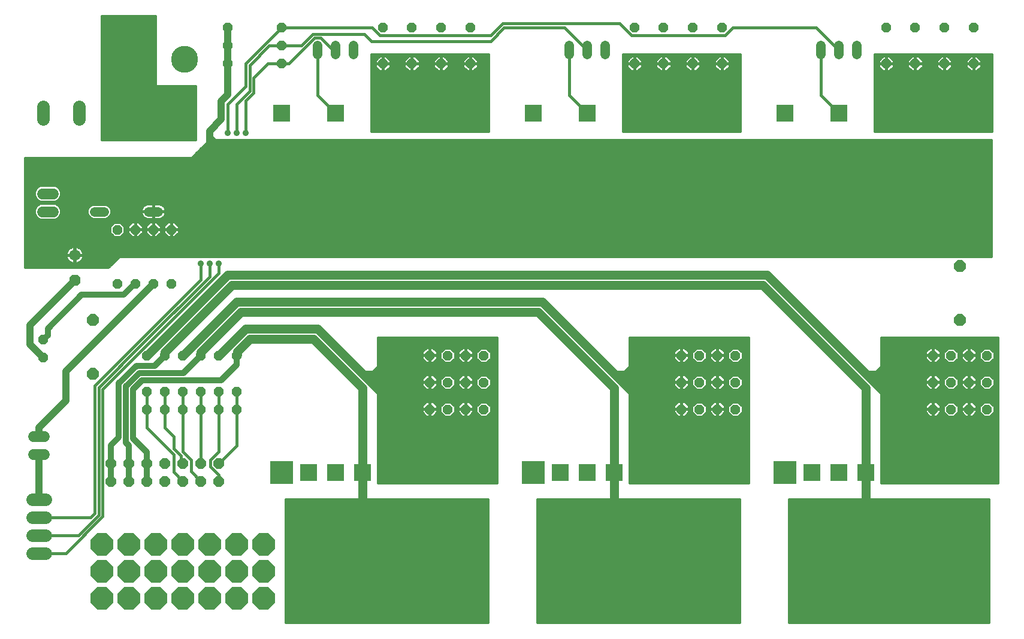
<source format=gtl>
G75*
%MOIN*%
%OFA0B0*%
%FSLAX25Y25*%
%IPPOS*%
%LPD*%
%AMOC8*
5,1,8,0,0,1.08239X$1,22.5*
%
%ADD10C,0.07050*%
%ADD11OC8,0.05200*%
%ADD12C,0.06000*%
%ADD13OC8,0.06600*%
%ADD14OC8,0.10000*%
%ADD15OC8,0.12500*%
%ADD16R,0.15000X0.15000*%
%ADD17C,0.15000*%
%ADD18OC8,0.06000*%
%ADD19C,0.05200*%
%ADD20OC8,0.06300*%
%ADD21C,0.06300*%
%ADD22C,0.07087*%
%ADD23R,0.09449X0.09449*%
%ADD24R,0.12661X0.12661*%
%ADD25C,0.04000*%
%ADD26C,0.01200*%
%ADD27C,0.01600*%
%ADD28C,0.03562*%
%ADD29C,0.05000*%
%ADD30C,0.03200*%
D10*
X0511475Y0510000D02*
X0518525Y0510000D01*
X0518525Y0530000D02*
X0511475Y0530000D01*
X0511475Y0570000D02*
X0518525Y0570000D01*
X0518525Y0590000D02*
X0511475Y0590000D01*
X0651475Y0590000D02*
X0658525Y0590000D01*
X0658525Y0570000D02*
X0651475Y0570000D01*
X0651475Y0530000D02*
X0658525Y0530000D01*
X0658525Y0510000D02*
X0651475Y0510000D01*
X0791475Y0510000D02*
X0798525Y0510000D01*
X0798525Y0530000D02*
X0791475Y0530000D01*
X0791475Y0570000D02*
X0798525Y0570000D01*
X0798525Y0590000D02*
X0791475Y0590000D01*
X0362500Y0578525D02*
X0362500Y0571475D01*
X0342500Y0571475D02*
X0342500Y0578525D01*
X0302500Y0578525D02*
X0302500Y0571475D01*
X0282500Y0571475D02*
X0282500Y0578525D01*
D11*
X0323750Y0510000D03*
X0333750Y0510000D03*
X0343750Y0510000D03*
X0353750Y0510000D03*
X0353750Y0480000D03*
X0343750Y0480000D03*
X0333750Y0480000D03*
X0323750Y0480000D03*
X0340000Y0440000D03*
X0350000Y0440000D03*
X0360000Y0440000D03*
X0370000Y0440000D03*
X0380000Y0440000D03*
X0390000Y0440000D03*
X0390000Y0420000D03*
X0390000Y0410000D03*
X0380000Y0410000D03*
X0380000Y0420000D03*
X0370000Y0420000D03*
X0370000Y0410000D03*
X0360000Y0410000D03*
X0360000Y0420000D03*
X0350000Y0420000D03*
X0350000Y0410000D03*
X0340000Y0410000D03*
X0340000Y0420000D03*
X0282500Y0438750D03*
X0282500Y0448750D03*
X0385000Y0602500D03*
X0385000Y0612500D03*
X0385000Y0622500D03*
X0415000Y0622500D03*
X0415000Y0612500D03*
X0415000Y0602500D03*
X0471250Y0602500D03*
X0487500Y0602500D03*
X0503750Y0602500D03*
X0520000Y0602500D03*
X0520000Y0622500D03*
X0503750Y0622500D03*
X0487500Y0622500D03*
X0471250Y0622500D03*
X0611250Y0622500D03*
X0627500Y0622500D03*
X0643750Y0622500D03*
X0660000Y0622500D03*
X0660000Y0602500D03*
X0643750Y0602500D03*
X0627500Y0602500D03*
X0611250Y0602500D03*
X0751250Y0602500D03*
X0767500Y0602500D03*
X0783750Y0602500D03*
X0800000Y0602500D03*
X0800000Y0622500D03*
X0783750Y0622500D03*
X0767500Y0622500D03*
X0751250Y0622500D03*
X0777500Y0440000D03*
X0787500Y0440000D03*
X0797500Y0440000D03*
X0807500Y0440000D03*
X0807500Y0425000D03*
X0797500Y0425000D03*
X0787500Y0425000D03*
X0777500Y0425000D03*
X0777500Y0410000D03*
X0787500Y0410000D03*
X0797500Y0410000D03*
X0807500Y0410000D03*
X0667500Y0410000D03*
X0657500Y0410000D03*
X0647500Y0410000D03*
X0637500Y0410000D03*
X0637500Y0425000D03*
X0647500Y0425000D03*
X0657500Y0425000D03*
X0667500Y0425000D03*
X0667500Y0440000D03*
X0657500Y0440000D03*
X0647500Y0440000D03*
X0637500Y0440000D03*
X0527500Y0440000D03*
X0517500Y0440000D03*
X0507500Y0440000D03*
X0497500Y0440000D03*
X0497500Y0425000D03*
X0507500Y0425000D03*
X0517500Y0425000D03*
X0527500Y0425000D03*
X0527500Y0410000D03*
X0517500Y0410000D03*
X0507500Y0410000D03*
X0497500Y0410000D03*
D12*
X0288000Y0520000D02*
X0282000Y0520000D01*
X0282000Y0530000D02*
X0288000Y0530000D01*
X0288000Y0540000D02*
X0282000Y0540000D01*
X0283000Y0395000D02*
X0277000Y0395000D01*
X0277000Y0385000D02*
X0283000Y0385000D01*
D13*
X0310000Y0430000D03*
X0310000Y0460000D03*
X0792500Y0460000D03*
X0792500Y0490000D03*
D14*
X0792500Y0392500D03*
X0792500Y0302500D03*
X0652500Y0302500D03*
X0652500Y0392500D03*
X0512500Y0392500D03*
X0512500Y0302500D03*
D15*
X0315000Y0305000D03*
X0330000Y0305000D03*
X0330000Y0320000D03*
X0315000Y0320000D03*
X0315000Y0335000D03*
X0330000Y0335000D03*
X0345000Y0335000D03*
X0360000Y0335000D03*
X0375000Y0335000D03*
X0375000Y0320000D03*
X0360000Y0320000D03*
X0345000Y0320000D03*
X0345000Y0305000D03*
X0360000Y0305000D03*
X0375000Y0305000D03*
X0390000Y0305000D03*
X0405000Y0305000D03*
X0405000Y0320000D03*
X0390000Y0320000D03*
X0390000Y0335000D03*
X0405000Y0335000D03*
X0430000Y0335000D03*
X0430000Y0320000D03*
X0430000Y0305000D03*
X0445000Y0305000D03*
X0460000Y0305000D03*
X0475000Y0305000D03*
X0475000Y0320000D03*
X0460000Y0320000D03*
X0445000Y0320000D03*
X0445000Y0335000D03*
X0460000Y0335000D03*
X0475000Y0335000D03*
X0570000Y0335000D03*
X0585000Y0335000D03*
X0585000Y0320000D03*
X0570000Y0320000D03*
X0570000Y0305000D03*
X0585000Y0305000D03*
X0600000Y0305000D03*
X0615000Y0305000D03*
X0615000Y0320000D03*
X0600000Y0320000D03*
X0600000Y0335000D03*
X0615000Y0335000D03*
X0710000Y0335000D03*
X0725000Y0335000D03*
X0740000Y0335000D03*
X0740000Y0320000D03*
X0725000Y0320000D03*
X0710000Y0320000D03*
X0710000Y0305000D03*
X0725000Y0305000D03*
X0740000Y0305000D03*
X0755000Y0305000D03*
X0755000Y0320000D03*
X0755000Y0335000D03*
D16*
X0330000Y0605000D03*
D17*
X0361047Y0605000D03*
D18*
X0360000Y0380000D03*
X0360000Y0370000D03*
X0350000Y0370000D03*
X0350000Y0380000D03*
X0340000Y0380000D03*
X0340000Y0370000D03*
X0330000Y0370000D03*
X0330000Y0380000D03*
X0320000Y0380000D03*
X0320000Y0370000D03*
X0370000Y0370000D03*
X0370000Y0380000D03*
X0380000Y0380000D03*
X0380000Y0370000D03*
D19*
X0346350Y0520000D02*
X0341150Y0520000D01*
X0316350Y0520000D02*
X0311150Y0520000D01*
X0435000Y0607400D02*
X0435000Y0612600D01*
X0445000Y0612600D02*
X0445000Y0607400D01*
X0455000Y0607400D02*
X0455000Y0612600D01*
X0575000Y0612600D02*
X0575000Y0607400D01*
X0585000Y0607400D02*
X0585000Y0612600D01*
X0595000Y0612600D02*
X0595000Y0607400D01*
X0715000Y0607400D02*
X0715000Y0612600D01*
X0725000Y0612600D02*
X0725000Y0607400D01*
X0735000Y0607400D02*
X0735000Y0612600D01*
D20*
X0300000Y0481750D03*
D21*
X0300000Y0495750D03*
D22*
X0283543Y0360000D02*
X0276457Y0360000D01*
X0276457Y0350000D02*
X0283543Y0350000D01*
X0283543Y0340000D02*
X0276457Y0340000D01*
X0276457Y0330000D02*
X0283543Y0330000D01*
D23*
X0430000Y0375000D03*
X0445000Y0375000D03*
X0460000Y0375000D03*
X0570000Y0375000D03*
X0585000Y0375000D03*
X0600000Y0375000D03*
X0710000Y0375000D03*
X0725000Y0375000D03*
X0740000Y0375000D03*
X0725000Y0575000D03*
X0695000Y0575000D03*
X0755000Y0575000D03*
X0615000Y0575000D03*
X0585000Y0575000D03*
X0555000Y0575000D03*
X0475000Y0575000D03*
X0445000Y0575000D03*
X0415000Y0575000D03*
D24*
X0415000Y0375000D03*
X0475000Y0375000D03*
X0555000Y0375000D03*
X0615000Y0375000D03*
X0695000Y0375000D03*
X0755000Y0375000D03*
D25*
X0381250Y0555000D02*
X0375000Y0561250D01*
X0375000Y0565000D01*
X0381393Y0571393D01*
X0381393Y0581494D01*
X0385000Y0585101D01*
X0385000Y0602500D01*
X0385000Y0612500D01*
X0385000Y0622500D01*
X0375000Y0561250D02*
X0375000Y0555000D01*
X0300000Y0481750D02*
X0275000Y0456750D01*
X0275000Y0446250D01*
X0282500Y0438750D01*
X0295000Y0431250D02*
X0343750Y0480000D01*
X0295000Y0431250D02*
X0295000Y0415000D01*
X0280000Y0400000D01*
X0280000Y0395000D01*
X0280000Y0385000D02*
X0280000Y0360000D01*
D26*
X0417500Y0360000D02*
X0417500Y0291250D01*
X0530000Y0291250D01*
X0530000Y0360000D01*
X0417500Y0360000D01*
X0417500Y0359757D02*
X0530000Y0359757D01*
X0530000Y0358558D02*
X0417500Y0358558D01*
X0417500Y0357360D02*
X0530000Y0357360D01*
X0530000Y0356161D02*
X0417500Y0356161D01*
X0417500Y0354963D02*
X0530000Y0354963D01*
X0530000Y0353764D02*
X0417500Y0353764D01*
X0417500Y0352566D02*
X0530000Y0352566D01*
X0530000Y0351367D02*
X0417500Y0351367D01*
X0417500Y0350169D02*
X0530000Y0350169D01*
X0530000Y0348970D02*
X0417500Y0348970D01*
X0417500Y0347772D02*
X0530000Y0347772D01*
X0530000Y0346573D02*
X0417500Y0346573D01*
X0417500Y0345375D02*
X0530000Y0345375D01*
X0530000Y0344176D02*
X0417500Y0344176D01*
X0417500Y0342978D02*
X0530000Y0342978D01*
X0530000Y0341779D02*
X0417500Y0341779D01*
X0417500Y0340581D02*
X0530000Y0340581D01*
X0530000Y0339382D02*
X0417500Y0339382D01*
X0417500Y0338184D02*
X0530000Y0338184D01*
X0530000Y0336985D02*
X0417500Y0336985D01*
X0417500Y0335787D02*
X0530000Y0335787D01*
X0530000Y0334588D02*
X0417500Y0334588D01*
X0417500Y0333390D02*
X0530000Y0333390D01*
X0530000Y0332191D02*
X0417500Y0332191D01*
X0417500Y0330993D02*
X0530000Y0330993D01*
X0530000Y0329794D02*
X0417500Y0329794D01*
X0417500Y0328596D02*
X0530000Y0328596D01*
X0530000Y0327397D02*
X0417500Y0327397D01*
X0417500Y0326199D02*
X0530000Y0326199D01*
X0530000Y0325000D02*
X0417500Y0325000D01*
X0417500Y0323801D02*
X0530000Y0323801D01*
X0530000Y0322603D02*
X0417500Y0322603D01*
X0417500Y0321404D02*
X0530000Y0321404D01*
X0530000Y0320206D02*
X0417500Y0320206D01*
X0417500Y0319007D02*
X0530000Y0319007D01*
X0530000Y0317809D02*
X0417500Y0317809D01*
X0417500Y0316610D02*
X0530000Y0316610D01*
X0530000Y0315412D02*
X0417500Y0315412D01*
X0417500Y0314213D02*
X0530000Y0314213D01*
X0530000Y0313015D02*
X0417500Y0313015D01*
X0417500Y0311816D02*
X0530000Y0311816D01*
X0530000Y0310618D02*
X0417500Y0310618D01*
X0417500Y0309419D02*
X0530000Y0309419D01*
X0530000Y0308221D02*
X0417500Y0308221D01*
X0417500Y0307022D02*
X0530000Y0307022D01*
X0530000Y0305824D02*
X0417500Y0305824D01*
X0417500Y0304625D02*
X0530000Y0304625D01*
X0530000Y0303427D02*
X0417500Y0303427D01*
X0417500Y0302228D02*
X0530000Y0302228D01*
X0530000Y0301030D02*
X0417500Y0301030D01*
X0417500Y0299831D02*
X0530000Y0299831D01*
X0530000Y0298633D02*
X0417500Y0298633D01*
X0417500Y0297434D02*
X0530000Y0297434D01*
X0530000Y0296236D02*
X0417500Y0296236D01*
X0417500Y0295037D02*
X0530000Y0295037D01*
X0530000Y0293839D02*
X0417500Y0293839D01*
X0417500Y0292640D02*
X0530000Y0292640D01*
X0530000Y0291442D02*
X0417500Y0291442D01*
X0468750Y0368750D02*
X0468750Y0403750D01*
X0528750Y0403750D01*
X0528750Y0368750D01*
X0468750Y0368750D01*
X0468750Y0369345D02*
X0528750Y0369345D01*
X0528750Y0370543D02*
X0468750Y0370543D01*
X0468750Y0371742D02*
X0528750Y0371742D01*
X0528750Y0372940D02*
X0468750Y0372940D01*
X0468750Y0374139D02*
X0528750Y0374139D01*
X0528750Y0375337D02*
X0468750Y0375337D01*
X0468750Y0376536D02*
X0528750Y0376536D01*
X0528750Y0377734D02*
X0468750Y0377734D01*
X0468750Y0378933D02*
X0528750Y0378933D01*
X0528750Y0380132D02*
X0468750Y0380132D01*
X0468750Y0381330D02*
X0528750Y0381330D01*
X0528750Y0382529D02*
X0468750Y0382529D01*
X0468750Y0382931D02*
X0468750Y0450000D01*
X0535000Y0450000D01*
X0535000Y0368750D01*
X0482931Y0368750D01*
X0482931Y0374400D01*
X0475600Y0374400D01*
X0475600Y0375600D01*
X0482931Y0375600D01*
X0482931Y0381541D01*
X0482822Y0381948D01*
X0482611Y0382313D01*
X0482313Y0382611D01*
X0481948Y0382822D01*
X0481541Y0382931D01*
X0475600Y0382931D01*
X0475600Y0375600D01*
X0474400Y0375600D01*
X0474400Y0382931D01*
X0468750Y0382931D01*
X0468750Y0383727D02*
X0528750Y0383727D01*
X0528750Y0384926D02*
X0468750Y0384926D01*
X0535000Y0384926D01*
X0535000Y0386124D02*
X0515458Y0386124D01*
X0515234Y0385900D02*
X0519100Y0389766D01*
X0519100Y0392017D01*
X0512983Y0392017D01*
X0512983Y0392983D01*
X0512017Y0392983D01*
X0512017Y0399100D01*
X0509766Y0399100D01*
X0505900Y0395234D01*
X0505900Y0392983D01*
X0512017Y0392983D01*
X0512017Y0392017D01*
X0505900Y0392017D01*
X0505900Y0389766D01*
X0509766Y0385900D01*
X0512017Y0385900D01*
X0512017Y0392017D01*
X0512983Y0392017D01*
X0512983Y0385900D01*
X0515234Y0385900D01*
X0516656Y0387323D02*
X0535000Y0387323D01*
X0535000Y0388521D02*
X0517855Y0388521D01*
X0519053Y0389720D02*
X0535000Y0389720D01*
X0535000Y0390918D02*
X0519100Y0390918D01*
X0519100Y0392983D02*
X0519100Y0395234D01*
X0515234Y0399100D01*
X0512983Y0399100D01*
X0512983Y0392983D01*
X0519100Y0392983D01*
X0519100Y0393315D02*
X0535000Y0393315D01*
X0535000Y0392117D02*
X0512983Y0392117D01*
X0512017Y0392117D02*
X0468750Y0392117D01*
X0528750Y0392117D01*
X0528750Y0393315D02*
X0468750Y0393315D01*
X0505900Y0393315D01*
X0505900Y0394514D02*
X0468750Y0394514D01*
X0528750Y0394514D01*
X0528750Y0395712D02*
X0468750Y0395712D01*
X0506378Y0395712D01*
X0507577Y0396911D02*
X0468750Y0396911D01*
X0528750Y0396911D01*
X0528750Y0398109D02*
X0468750Y0398109D01*
X0508775Y0398109D01*
X0512017Y0398109D02*
X0512983Y0398109D01*
X0512983Y0396911D02*
X0512017Y0396911D01*
X0512017Y0395712D02*
X0512983Y0395712D01*
X0512983Y0394514D02*
X0512017Y0394514D01*
X0512017Y0393315D02*
X0512983Y0393315D01*
X0512983Y0390918D02*
X0512017Y0390918D01*
X0512017Y0389720D02*
X0512983Y0389720D01*
X0512983Y0388521D02*
X0512017Y0388521D01*
X0512017Y0387323D02*
X0512983Y0387323D01*
X0512983Y0386124D02*
X0512017Y0386124D01*
X0509542Y0386124D02*
X0468750Y0386124D01*
X0528750Y0386124D01*
X0528750Y0387323D02*
X0468750Y0387323D01*
X0508344Y0387323D01*
X0507145Y0388521D02*
X0468750Y0388521D01*
X0528750Y0388521D01*
X0528750Y0389720D02*
X0468750Y0389720D01*
X0505947Y0389720D01*
X0505900Y0390918D02*
X0468750Y0390918D01*
X0528750Y0390918D01*
X0535000Y0394514D02*
X0519100Y0394514D01*
X0518622Y0395712D02*
X0535000Y0395712D01*
X0535000Y0396911D02*
X0517423Y0396911D01*
X0516225Y0398109D02*
X0535000Y0398109D01*
X0535000Y0399308D02*
X0468750Y0399308D01*
X0528750Y0399308D01*
X0528750Y0400506D02*
X0468750Y0400506D01*
X0535000Y0400506D01*
X0535000Y0401705D02*
X0468750Y0401705D01*
X0528750Y0401705D01*
X0528750Y0402903D02*
X0468750Y0402903D01*
X0535000Y0402903D01*
X0535000Y0404102D02*
X0468750Y0404102D01*
X0468750Y0405300D02*
X0535000Y0405300D01*
X0535000Y0406499D02*
X0529666Y0406499D01*
X0529160Y0405993D02*
X0531507Y0408340D01*
X0531507Y0411660D01*
X0529160Y0414007D01*
X0525840Y0414007D01*
X0523493Y0411660D01*
X0523493Y0408340D01*
X0525840Y0405993D01*
X0529160Y0405993D01*
X0530864Y0407697D02*
X0535000Y0407697D01*
X0535000Y0408896D02*
X0531507Y0408896D01*
X0531507Y0410094D02*
X0535000Y0410094D01*
X0535000Y0411293D02*
X0531507Y0411293D01*
X0530676Y0412491D02*
X0535000Y0412491D01*
X0535000Y0413690D02*
X0529477Y0413690D01*
X0525523Y0413690D02*
X0519750Y0413690D01*
X0519240Y0414200D02*
X0517700Y0414200D01*
X0517700Y0410200D01*
X0521700Y0410200D01*
X0521700Y0411740D01*
X0519240Y0414200D01*
X0517700Y0413690D02*
X0517300Y0413690D01*
X0517300Y0414200D02*
X0515760Y0414200D01*
X0513300Y0411740D01*
X0513300Y0410200D01*
X0517300Y0410200D01*
X0517300Y0414200D01*
X0517300Y0412491D02*
X0517700Y0412491D01*
X0517700Y0411293D02*
X0517300Y0411293D01*
X0517300Y0410200D02*
X0517700Y0410200D01*
X0517700Y0409800D01*
X0521700Y0409800D01*
X0521700Y0408260D01*
X0519240Y0405800D01*
X0517700Y0405800D01*
X0517700Y0409800D01*
X0517300Y0409800D01*
X0517300Y0405800D01*
X0515760Y0405800D01*
X0513300Y0408260D01*
X0513300Y0409800D01*
X0517300Y0409800D01*
X0517300Y0410200D01*
X0517300Y0410094D02*
X0511507Y0410094D01*
X0511507Y0408896D02*
X0513300Y0408896D01*
X0513863Y0407697D02*
X0510864Y0407697D01*
X0511507Y0408340D02*
X0509160Y0405993D01*
X0505840Y0405993D01*
X0503493Y0408340D01*
X0503493Y0411660D01*
X0505840Y0414007D01*
X0509160Y0414007D01*
X0511507Y0411660D01*
X0511507Y0408340D01*
X0509666Y0406499D02*
X0515062Y0406499D01*
X0517300Y0406499D02*
X0517700Y0406499D01*
X0517700Y0407697D02*
X0517300Y0407697D01*
X0517300Y0408896D02*
X0517700Y0408896D01*
X0517700Y0410094D02*
X0523493Y0410094D01*
X0523493Y0408896D02*
X0521700Y0408896D01*
X0521137Y0407697D02*
X0524136Y0407697D01*
X0525334Y0406499D02*
X0519938Y0406499D01*
X0521700Y0411293D02*
X0523493Y0411293D01*
X0524324Y0412491D02*
X0520948Y0412491D01*
X0515250Y0413690D02*
X0509477Y0413690D01*
X0510676Y0412491D02*
X0514052Y0412491D01*
X0513300Y0411293D02*
X0511507Y0411293D01*
X0505523Y0413690D02*
X0499750Y0413690D01*
X0499240Y0414200D02*
X0497700Y0414200D01*
X0497700Y0410200D01*
X0501700Y0410200D01*
X0501700Y0411740D01*
X0499240Y0414200D01*
X0497700Y0413690D02*
X0497300Y0413690D01*
X0497300Y0414200D02*
X0495760Y0414200D01*
X0493300Y0411740D01*
X0493300Y0410200D01*
X0497300Y0410200D01*
X0497300Y0414200D01*
X0497300Y0412491D02*
X0497700Y0412491D01*
X0497700Y0411293D02*
X0497300Y0411293D01*
X0497300Y0410200D02*
X0497700Y0410200D01*
X0497700Y0409800D01*
X0501700Y0409800D01*
X0501700Y0408260D01*
X0499240Y0405800D01*
X0497700Y0405800D01*
X0497700Y0409800D01*
X0497300Y0409800D01*
X0497300Y0405800D01*
X0495760Y0405800D01*
X0493300Y0408260D01*
X0493300Y0409800D01*
X0497300Y0409800D01*
X0497300Y0410200D01*
X0497300Y0410094D02*
X0468750Y0410094D01*
X0468750Y0408896D02*
X0493300Y0408896D01*
X0493863Y0407697D02*
X0468750Y0407697D01*
X0468750Y0406499D02*
X0495062Y0406499D01*
X0497300Y0406499D02*
X0497700Y0406499D01*
X0497700Y0407697D02*
X0497300Y0407697D01*
X0497300Y0408896D02*
X0497700Y0408896D01*
X0497700Y0410094D02*
X0503493Y0410094D01*
X0503493Y0408896D02*
X0501700Y0408896D01*
X0501137Y0407697D02*
X0504136Y0407697D01*
X0505334Y0406499D02*
X0499938Y0406499D01*
X0501700Y0411293D02*
X0503493Y0411293D01*
X0504324Y0412491D02*
X0500948Y0412491D01*
X0495250Y0413690D02*
X0468750Y0413690D01*
X0468750Y0414888D02*
X0535000Y0414888D01*
X0535000Y0416087D02*
X0468750Y0416087D01*
X0468750Y0417285D02*
X0535000Y0417285D01*
X0535000Y0418484D02*
X0468750Y0418484D01*
X0468750Y0419682D02*
X0535000Y0419682D01*
X0535000Y0420881D02*
X0519321Y0420881D01*
X0519240Y0420800D02*
X0521700Y0423260D01*
X0521700Y0424800D01*
X0517700Y0424800D01*
X0517700Y0425200D01*
X0521700Y0425200D01*
X0521700Y0426740D01*
X0519240Y0429200D01*
X0517700Y0429200D01*
X0517700Y0425200D01*
X0517300Y0425200D01*
X0517300Y0429200D01*
X0515760Y0429200D01*
X0513300Y0426740D01*
X0513300Y0425200D01*
X0517300Y0425200D01*
X0517300Y0424800D01*
X0517700Y0424800D01*
X0517700Y0420800D01*
X0519240Y0420800D01*
X0517700Y0420881D02*
X0517300Y0420881D01*
X0517300Y0420800D02*
X0517300Y0424800D01*
X0513300Y0424800D01*
X0513300Y0423260D01*
X0515760Y0420800D01*
X0517300Y0420800D01*
X0517300Y0422079D02*
X0517700Y0422079D01*
X0517700Y0423278D02*
X0517300Y0423278D01*
X0517300Y0424476D02*
X0517700Y0424476D01*
X0517700Y0425675D02*
X0517300Y0425675D01*
X0517300Y0426873D02*
X0517700Y0426873D01*
X0517700Y0428072D02*
X0517300Y0428072D01*
X0514632Y0428072D02*
X0510095Y0428072D01*
X0509160Y0429007D02*
X0511507Y0426660D01*
X0511507Y0423340D01*
X0509160Y0420993D01*
X0505840Y0420993D01*
X0503493Y0423340D01*
X0503493Y0426660D01*
X0505840Y0429007D01*
X0509160Y0429007D01*
X0511293Y0426873D02*
X0513434Y0426873D01*
X0513300Y0425675D02*
X0511507Y0425675D01*
X0511507Y0424476D02*
X0513300Y0424476D01*
X0513300Y0423278D02*
X0511445Y0423278D01*
X0510246Y0422079D02*
X0514481Y0422079D01*
X0515679Y0420881D02*
X0499321Y0420881D01*
X0499240Y0420800D02*
X0501700Y0423260D01*
X0501700Y0424800D01*
X0497700Y0424800D01*
X0497700Y0425200D01*
X0501700Y0425200D01*
X0501700Y0426740D01*
X0499240Y0429200D01*
X0497700Y0429200D01*
X0497700Y0425200D01*
X0497300Y0425200D01*
X0497300Y0429200D01*
X0495760Y0429200D01*
X0493300Y0426740D01*
X0493300Y0425200D01*
X0497300Y0425200D01*
X0497300Y0424800D01*
X0497700Y0424800D01*
X0497700Y0420800D01*
X0499240Y0420800D01*
X0497700Y0420881D02*
X0497300Y0420881D01*
X0497300Y0420800D02*
X0497300Y0424800D01*
X0493300Y0424800D01*
X0493300Y0423260D01*
X0495760Y0420800D01*
X0497300Y0420800D01*
X0497300Y0422079D02*
X0497700Y0422079D01*
X0497700Y0423278D02*
X0497300Y0423278D01*
X0497300Y0424476D02*
X0497700Y0424476D01*
X0497700Y0425675D02*
X0497300Y0425675D01*
X0497300Y0426873D02*
X0497700Y0426873D01*
X0497700Y0428072D02*
X0497300Y0428072D01*
X0494632Y0428072D02*
X0468750Y0428072D01*
X0468750Y0429270D02*
X0535000Y0429270D01*
X0535000Y0428072D02*
X0530095Y0428072D01*
X0529160Y0429007D02*
X0525840Y0429007D01*
X0523493Y0426660D01*
X0523493Y0423340D01*
X0525840Y0420993D01*
X0529160Y0420993D01*
X0531507Y0423340D01*
X0531507Y0426660D01*
X0529160Y0429007D01*
X0531293Y0426873D02*
X0535000Y0426873D01*
X0535000Y0425675D02*
X0531507Y0425675D01*
X0531507Y0424476D02*
X0535000Y0424476D01*
X0535000Y0423278D02*
X0531445Y0423278D01*
X0530246Y0422079D02*
X0535000Y0422079D01*
X0535000Y0430469D02*
X0468750Y0430469D01*
X0468750Y0431668D02*
X0535000Y0431668D01*
X0535000Y0432866D02*
X0468750Y0432866D01*
X0468750Y0434065D02*
X0535000Y0434065D01*
X0535000Y0435263D02*
X0468750Y0435263D01*
X0468750Y0436462D02*
X0495099Y0436462D01*
X0495760Y0435800D02*
X0497300Y0435800D01*
X0497300Y0439800D01*
X0497700Y0439800D01*
X0497700Y0440200D01*
X0501700Y0440200D01*
X0501700Y0441740D01*
X0499240Y0444200D01*
X0497700Y0444200D01*
X0497700Y0440200D01*
X0497300Y0440200D01*
X0497300Y0444200D01*
X0495760Y0444200D01*
X0493300Y0441740D01*
X0493300Y0440200D01*
X0497300Y0440200D01*
X0497300Y0439800D01*
X0493300Y0439800D01*
X0493300Y0438260D01*
X0495760Y0435800D01*
X0497300Y0436462D02*
X0497700Y0436462D01*
X0497700Y0435800D02*
X0499240Y0435800D01*
X0501700Y0438260D01*
X0501700Y0439800D01*
X0497700Y0439800D01*
X0497700Y0435800D01*
X0497700Y0437660D02*
X0497300Y0437660D01*
X0497300Y0438859D02*
X0497700Y0438859D01*
X0497700Y0440057D02*
X0503493Y0440057D01*
X0503493Y0438859D02*
X0501700Y0438859D01*
X0501100Y0437660D02*
X0504173Y0437660D01*
X0503493Y0438340D02*
X0505840Y0435993D01*
X0509160Y0435993D01*
X0511507Y0438340D01*
X0511507Y0441660D01*
X0509160Y0444007D01*
X0505840Y0444007D01*
X0503493Y0441660D01*
X0503493Y0438340D01*
X0505372Y0436462D02*
X0499901Y0436462D01*
X0497300Y0440057D02*
X0468750Y0440057D01*
X0468750Y0438859D02*
X0493300Y0438859D01*
X0493900Y0437660D02*
X0468750Y0437660D01*
X0468750Y0441256D02*
X0493300Y0441256D01*
X0494014Y0442454D02*
X0468750Y0442454D01*
X0468750Y0443653D02*
X0495213Y0443653D01*
X0497300Y0443653D02*
X0497700Y0443653D01*
X0497700Y0442454D02*
X0497300Y0442454D01*
X0497300Y0441256D02*
X0497700Y0441256D01*
X0499787Y0443653D02*
X0505486Y0443653D01*
X0504287Y0442454D02*
X0500986Y0442454D01*
X0501700Y0441256D02*
X0503493Y0441256D01*
X0509514Y0443653D02*
X0515213Y0443653D01*
X0515760Y0444200D02*
X0513300Y0441740D01*
X0513300Y0440200D01*
X0517300Y0440200D01*
X0517300Y0444200D01*
X0515760Y0444200D01*
X0517300Y0443653D02*
X0517700Y0443653D01*
X0517700Y0444200D02*
X0519240Y0444200D01*
X0521700Y0441740D01*
X0521700Y0440200D01*
X0517700Y0440200D01*
X0517700Y0439800D01*
X0521700Y0439800D01*
X0521700Y0438260D01*
X0519240Y0435800D01*
X0517700Y0435800D01*
X0517700Y0439800D01*
X0517300Y0439800D01*
X0517300Y0435800D01*
X0515760Y0435800D01*
X0513300Y0438260D01*
X0513300Y0439800D01*
X0517300Y0439800D01*
X0517300Y0440200D01*
X0517700Y0440200D01*
X0517700Y0444200D01*
X0517700Y0442454D02*
X0517300Y0442454D01*
X0517300Y0441256D02*
X0517700Y0441256D01*
X0517700Y0440057D02*
X0523493Y0440057D01*
X0523493Y0438859D02*
X0521700Y0438859D01*
X0521100Y0437660D02*
X0524173Y0437660D01*
X0523493Y0438340D02*
X0525840Y0435993D01*
X0529160Y0435993D01*
X0531507Y0438340D01*
X0531507Y0441660D01*
X0529160Y0444007D01*
X0525840Y0444007D01*
X0523493Y0441660D01*
X0523493Y0438340D01*
X0525372Y0436462D02*
X0519901Y0436462D01*
X0517700Y0436462D02*
X0517300Y0436462D01*
X0517300Y0437660D02*
X0517700Y0437660D01*
X0517700Y0438859D02*
X0517300Y0438859D01*
X0517300Y0440057D02*
X0511507Y0440057D01*
X0511507Y0438859D02*
X0513300Y0438859D01*
X0513900Y0437660D02*
X0510827Y0437660D01*
X0509628Y0436462D02*
X0515099Y0436462D01*
X0513300Y0441256D02*
X0511507Y0441256D01*
X0510713Y0442454D02*
X0514014Y0442454D01*
X0519787Y0443653D02*
X0525486Y0443653D01*
X0524287Y0442454D02*
X0520986Y0442454D01*
X0521700Y0441256D02*
X0523493Y0441256D01*
X0529514Y0443653D02*
X0535000Y0443653D01*
X0535000Y0444851D02*
X0468750Y0444851D01*
X0468750Y0446050D02*
X0535000Y0446050D01*
X0535000Y0447248D02*
X0468750Y0447248D01*
X0468750Y0448447D02*
X0535000Y0448447D01*
X0535000Y0449645D02*
X0468750Y0449645D01*
X0468750Y0426873D02*
X0493434Y0426873D01*
X0493300Y0425675D02*
X0468750Y0425675D01*
X0468750Y0424476D02*
X0493300Y0424476D01*
X0493300Y0423278D02*
X0468750Y0423278D01*
X0468750Y0422079D02*
X0494481Y0422079D01*
X0495679Y0420881D02*
X0468750Y0420881D01*
X0468750Y0412491D02*
X0494052Y0412491D01*
X0493300Y0411293D02*
X0468750Y0411293D01*
X0468750Y0383727D02*
X0535000Y0383727D01*
X0535000Y0382529D02*
X0482396Y0382529D01*
X0482931Y0381330D02*
X0535000Y0381330D01*
X0535000Y0380132D02*
X0482931Y0380132D01*
X0482931Y0378933D02*
X0535000Y0378933D01*
X0535000Y0377734D02*
X0482931Y0377734D01*
X0482931Y0376536D02*
X0535000Y0376536D01*
X0535000Y0375337D02*
X0475600Y0375337D01*
X0475600Y0376536D02*
X0474400Y0376536D01*
X0474400Y0377734D02*
X0475600Y0377734D01*
X0475600Y0378933D02*
X0474400Y0378933D01*
X0474400Y0380132D02*
X0475600Y0380132D01*
X0475600Y0381330D02*
X0474400Y0381330D01*
X0474400Y0382529D02*
X0475600Y0382529D01*
X0482931Y0374139D02*
X0535000Y0374139D01*
X0535000Y0372940D02*
X0482931Y0372940D01*
X0482931Y0371742D02*
X0535000Y0371742D01*
X0535000Y0370543D02*
X0482931Y0370543D01*
X0482931Y0369345D02*
X0535000Y0369345D01*
X0557500Y0360000D02*
X0557500Y0291250D01*
X0670000Y0291250D01*
X0670000Y0360000D01*
X0557500Y0360000D01*
X0557500Y0359757D02*
X0670000Y0359757D01*
X0670000Y0358558D02*
X0557500Y0358558D01*
X0557500Y0357360D02*
X0670000Y0357360D01*
X0670000Y0356161D02*
X0557500Y0356161D01*
X0557500Y0354963D02*
X0670000Y0354963D01*
X0670000Y0353764D02*
X0557500Y0353764D01*
X0557500Y0352566D02*
X0670000Y0352566D01*
X0670000Y0351367D02*
X0557500Y0351367D01*
X0557500Y0350169D02*
X0670000Y0350169D01*
X0670000Y0348970D02*
X0557500Y0348970D01*
X0557500Y0347772D02*
X0670000Y0347772D01*
X0670000Y0346573D02*
X0557500Y0346573D01*
X0557500Y0345375D02*
X0670000Y0345375D01*
X0670000Y0344176D02*
X0557500Y0344176D01*
X0557500Y0342978D02*
X0670000Y0342978D01*
X0670000Y0341779D02*
X0557500Y0341779D01*
X0557500Y0340581D02*
X0670000Y0340581D01*
X0670000Y0339382D02*
X0557500Y0339382D01*
X0557500Y0338184D02*
X0670000Y0338184D01*
X0670000Y0336985D02*
X0557500Y0336985D01*
X0557500Y0335787D02*
X0670000Y0335787D01*
X0670000Y0334588D02*
X0557500Y0334588D01*
X0557500Y0333390D02*
X0670000Y0333390D01*
X0670000Y0332191D02*
X0557500Y0332191D01*
X0557500Y0330993D02*
X0670000Y0330993D01*
X0670000Y0329794D02*
X0557500Y0329794D01*
X0557500Y0328596D02*
X0670000Y0328596D01*
X0670000Y0327397D02*
X0557500Y0327397D01*
X0557500Y0326199D02*
X0670000Y0326199D01*
X0670000Y0325000D02*
X0557500Y0325000D01*
X0557500Y0323801D02*
X0670000Y0323801D01*
X0670000Y0322603D02*
X0557500Y0322603D01*
X0557500Y0321404D02*
X0670000Y0321404D01*
X0670000Y0320206D02*
X0557500Y0320206D01*
X0557500Y0319007D02*
X0670000Y0319007D01*
X0670000Y0317809D02*
X0557500Y0317809D01*
X0557500Y0316610D02*
X0670000Y0316610D01*
X0670000Y0315412D02*
X0557500Y0315412D01*
X0557500Y0314213D02*
X0670000Y0314213D01*
X0670000Y0313015D02*
X0557500Y0313015D01*
X0557500Y0311816D02*
X0670000Y0311816D01*
X0670000Y0310618D02*
X0557500Y0310618D01*
X0557500Y0309419D02*
X0670000Y0309419D01*
X0670000Y0308221D02*
X0557500Y0308221D01*
X0557500Y0307022D02*
X0670000Y0307022D01*
X0670000Y0305824D02*
X0557500Y0305824D01*
X0557500Y0304625D02*
X0670000Y0304625D01*
X0670000Y0303427D02*
X0557500Y0303427D01*
X0557500Y0302228D02*
X0670000Y0302228D01*
X0670000Y0301030D02*
X0557500Y0301030D01*
X0557500Y0299831D02*
X0670000Y0299831D01*
X0670000Y0298633D02*
X0557500Y0298633D01*
X0557500Y0297434D02*
X0670000Y0297434D01*
X0670000Y0296236D02*
X0557500Y0296236D01*
X0557500Y0295037D02*
X0670000Y0295037D01*
X0670000Y0293839D02*
X0557500Y0293839D01*
X0557500Y0292640D02*
X0670000Y0292640D01*
X0670000Y0291442D02*
X0557500Y0291442D01*
X0608750Y0368750D02*
X0608750Y0400000D01*
X0660000Y0400000D01*
X0660000Y0368750D01*
X0608750Y0368750D01*
X0608750Y0369345D02*
X0660000Y0369345D01*
X0660000Y0370543D02*
X0608750Y0370543D01*
X0608750Y0371742D02*
X0660000Y0371742D01*
X0660000Y0372940D02*
X0608750Y0372940D01*
X0608750Y0374139D02*
X0660000Y0374139D01*
X0660000Y0375337D02*
X0608750Y0375337D01*
X0608750Y0376536D02*
X0660000Y0376536D01*
X0660000Y0377734D02*
X0608750Y0377734D01*
X0608750Y0378933D02*
X0660000Y0378933D01*
X0660000Y0380132D02*
X0608750Y0380132D01*
X0608750Y0381330D02*
X0660000Y0381330D01*
X0660000Y0382529D02*
X0608750Y0382529D01*
X0608750Y0382931D02*
X0608750Y0450000D01*
X0675000Y0450000D01*
X0675000Y0368750D01*
X0622931Y0368750D01*
X0622931Y0374400D01*
X0615600Y0374400D01*
X0615600Y0375600D01*
X0622931Y0375600D01*
X0622931Y0381541D01*
X0622822Y0381948D01*
X0622611Y0382313D01*
X0622313Y0382611D01*
X0621948Y0382822D01*
X0621541Y0382931D01*
X0615600Y0382931D01*
X0615600Y0375600D01*
X0614400Y0375600D01*
X0614400Y0382931D01*
X0608750Y0382931D01*
X0608750Y0383727D02*
X0660000Y0383727D01*
X0660000Y0384926D02*
X0608750Y0384926D01*
X0675000Y0384926D01*
X0675000Y0386124D02*
X0655458Y0386124D01*
X0655234Y0385900D02*
X0659100Y0389766D01*
X0659100Y0392017D01*
X0652983Y0392017D01*
X0652983Y0392983D01*
X0652017Y0392983D01*
X0652017Y0399100D01*
X0649766Y0399100D01*
X0645900Y0395234D01*
X0645900Y0392983D01*
X0652017Y0392983D01*
X0652017Y0392017D01*
X0645900Y0392017D01*
X0645900Y0389766D01*
X0649766Y0385900D01*
X0652017Y0385900D01*
X0652017Y0392017D01*
X0652983Y0392017D01*
X0652983Y0385900D01*
X0655234Y0385900D01*
X0656656Y0387323D02*
X0675000Y0387323D01*
X0675000Y0388521D02*
X0657855Y0388521D01*
X0659053Y0389720D02*
X0675000Y0389720D01*
X0675000Y0390918D02*
X0659100Y0390918D01*
X0660000Y0390918D02*
X0608750Y0390918D01*
X0645900Y0390918D01*
X0645947Y0389720D02*
X0608750Y0389720D01*
X0660000Y0389720D01*
X0660000Y0388521D02*
X0608750Y0388521D01*
X0647145Y0388521D01*
X0648344Y0387323D02*
X0608750Y0387323D01*
X0660000Y0387323D01*
X0660000Y0386124D02*
X0608750Y0386124D01*
X0649542Y0386124D01*
X0652017Y0386124D02*
X0652983Y0386124D01*
X0652983Y0387323D02*
X0652017Y0387323D01*
X0652017Y0388521D02*
X0652983Y0388521D01*
X0652983Y0389720D02*
X0652017Y0389720D01*
X0652017Y0390918D02*
X0652983Y0390918D01*
X0652983Y0392117D02*
X0675000Y0392117D01*
X0675000Y0393315D02*
X0659100Y0393315D01*
X0659100Y0392983D02*
X0659100Y0395234D01*
X0655234Y0399100D01*
X0652983Y0399100D01*
X0652983Y0392983D01*
X0659100Y0392983D01*
X0660000Y0393315D02*
X0608750Y0393315D01*
X0645900Y0393315D01*
X0645900Y0394514D02*
X0608750Y0394514D01*
X0660000Y0394514D01*
X0659100Y0394514D02*
X0675000Y0394514D01*
X0675000Y0395712D02*
X0658622Y0395712D01*
X0660000Y0395712D02*
X0608750Y0395712D01*
X0646378Y0395712D01*
X0647577Y0396911D02*
X0608750Y0396911D01*
X0660000Y0396911D01*
X0660000Y0398109D02*
X0608750Y0398109D01*
X0648775Y0398109D01*
X0652017Y0398109D02*
X0652983Y0398109D01*
X0652983Y0396911D02*
X0652017Y0396911D01*
X0652017Y0395712D02*
X0652983Y0395712D01*
X0652983Y0394514D02*
X0652017Y0394514D01*
X0652017Y0393315D02*
X0652983Y0393315D01*
X0652017Y0392117D02*
X0608750Y0392117D01*
X0660000Y0392117D01*
X0657423Y0396911D02*
X0675000Y0396911D01*
X0675000Y0398109D02*
X0656225Y0398109D01*
X0660000Y0399308D02*
X0608750Y0399308D01*
X0675000Y0399308D01*
X0675000Y0400506D02*
X0608750Y0400506D01*
X0608750Y0401705D02*
X0675000Y0401705D01*
X0675000Y0402903D02*
X0608750Y0402903D01*
X0608750Y0404102D02*
X0675000Y0404102D01*
X0675000Y0405300D02*
X0608750Y0405300D01*
X0608750Y0406499D02*
X0635062Y0406499D01*
X0635760Y0405800D02*
X0637300Y0405800D01*
X0637300Y0409800D01*
X0637700Y0409800D01*
X0637700Y0410200D01*
X0641700Y0410200D01*
X0641700Y0411740D01*
X0639240Y0414200D01*
X0637700Y0414200D01*
X0637700Y0410200D01*
X0637300Y0410200D01*
X0637300Y0414200D01*
X0635760Y0414200D01*
X0633300Y0411740D01*
X0633300Y0410200D01*
X0637300Y0410200D01*
X0637300Y0409800D01*
X0633300Y0409800D01*
X0633300Y0408260D01*
X0635760Y0405800D01*
X0637300Y0406499D02*
X0637700Y0406499D01*
X0637700Y0405800D02*
X0639240Y0405800D01*
X0641700Y0408260D01*
X0641700Y0409800D01*
X0637700Y0409800D01*
X0637700Y0405800D01*
X0637700Y0407697D02*
X0637300Y0407697D01*
X0637300Y0408896D02*
X0637700Y0408896D01*
X0637700Y0410094D02*
X0643493Y0410094D01*
X0643493Y0408896D02*
X0641700Y0408896D01*
X0641137Y0407697D02*
X0644136Y0407697D01*
X0643493Y0408340D02*
X0645840Y0405993D01*
X0649160Y0405993D01*
X0651507Y0408340D01*
X0651507Y0411660D01*
X0649160Y0414007D01*
X0645840Y0414007D01*
X0643493Y0411660D01*
X0643493Y0408340D01*
X0645334Y0406499D02*
X0639938Y0406499D01*
X0637300Y0410094D02*
X0608750Y0410094D01*
X0608750Y0408896D02*
X0633300Y0408896D01*
X0633863Y0407697D02*
X0608750Y0407697D01*
X0608750Y0411293D02*
X0633300Y0411293D01*
X0634052Y0412491D02*
X0608750Y0412491D01*
X0608750Y0413690D02*
X0635250Y0413690D01*
X0637300Y0413690D02*
X0637700Y0413690D01*
X0637700Y0412491D02*
X0637300Y0412491D01*
X0637300Y0411293D02*
X0637700Y0411293D01*
X0639750Y0413690D02*
X0645523Y0413690D01*
X0644324Y0412491D02*
X0640948Y0412491D01*
X0641700Y0411293D02*
X0643493Y0411293D01*
X0649477Y0413690D02*
X0655250Y0413690D01*
X0655760Y0414200D02*
X0653300Y0411740D01*
X0653300Y0410200D01*
X0657300Y0410200D01*
X0657300Y0414200D01*
X0655760Y0414200D01*
X0657300Y0413690D02*
X0657700Y0413690D01*
X0657700Y0414200D02*
X0659240Y0414200D01*
X0661700Y0411740D01*
X0661700Y0410200D01*
X0657700Y0410200D01*
X0657700Y0409800D01*
X0661700Y0409800D01*
X0661700Y0408260D01*
X0659240Y0405800D01*
X0657700Y0405800D01*
X0657700Y0409800D01*
X0657300Y0409800D01*
X0657300Y0405800D01*
X0655760Y0405800D01*
X0653300Y0408260D01*
X0653300Y0409800D01*
X0657300Y0409800D01*
X0657300Y0410200D01*
X0657700Y0410200D01*
X0657700Y0414200D01*
X0657700Y0412491D02*
X0657300Y0412491D01*
X0657300Y0411293D02*
X0657700Y0411293D01*
X0657700Y0410094D02*
X0663493Y0410094D01*
X0663493Y0408896D02*
X0661700Y0408896D01*
X0661137Y0407697D02*
X0664136Y0407697D01*
X0663493Y0408340D02*
X0665840Y0405993D01*
X0669160Y0405993D01*
X0671507Y0408340D01*
X0671507Y0411660D01*
X0669160Y0414007D01*
X0665840Y0414007D01*
X0663493Y0411660D01*
X0663493Y0408340D01*
X0665334Y0406499D02*
X0659938Y0406499D01*
X0657700Y0406499D02*
X0657300Y0406499D01*
X0657300Y0407697D02*
X0657700Y0407697D01*
X0657700Y0408896D02*
X0657300Y0408896D01*
X0657300Y0410094D02*
X0651507Y0410094D01*
X0651507Y0408896D02*
X0653300Y0408896D01*
X0653863Y0407697D02*
X0650864Y0407697D01*
X0649666Y0406499D02*
X0655062Y0406499D01*
X0653300Y0411293D02*
X0651507Y0411293D01*
X0650676Y0412491D02*
X0654052Y0412491D01*
X0659750Y0413690D02*
X0665523Y0413690D01*
X0664324Y0412491D02*
X0660948Y0412491D01*
X0661700Y0411293D02*
X0663493Y0411293D01*
X0669477Y0413690D02*
X0675000Y0413690D01*
X0675000Y0414888D02*
X0608750Y0414888D01*
X0608750Y0416087D02*
X0675000Y0416087D01*
X0675000Y0417285D02*
X0608750Y0417285D01*
X0608750Y0418484D02*
X0675000Y0418484D01*
X0675000Y0419682D02*
X0608750Y0419682D01*
X0608750Y0420881D02*
X0635679Y0420881D01*
X0635760Y0420800D02*
X0637300Y0420800D01*
X0637300Y0424800D01*
X0637700Y0424800D01*
X0637700Y0425200D01*
X0641700Y0425200D01*
X0641700Y0426740D01*
X0639240Y0429200D01*
X0637700Y0429200D01*
X0637700Y0425200D01*
X0637300Y0425200D01*
X0637300Y0429200D01*
X0635760Y0429200D01*
X0633300Y0426740D01*
X0633300Y0425200D01*
X0637300Y0425200D01*
X0637300Y0424800D01*
X0633300Y0424800D01*
X0633300Y0423260D01*
X0635760Y0420800D01*
X0637300Y0420881D02*
X0637700Y0420881D01*
X0637700Y0420800D02*
X0639240Y0420800D01*
X0641700Y0423260D01*
X0641700Y0424800D01*
X0637700Y0424800D01*
X0637700Y0420800D01*
X0637700Y0422079D02*
X0637300Y0422079D01*
X0637300Y0423278D02*
X0637700Y0423278D01*
X0637700Y0424476D02*
X0637300Y0424476D01*
X0637300Y0425675D02*
X0637700Y0425675D01*
X0637700Y0426873D02*
X0637300Y0426873D01*
X0637300Y0428072D02*
X0637700Y0428072D01*
X0640368Y0428072D02*
X0644905Y0428072D01*
X0645840Y0429007D02*
X0643493Y0426660D01*
X0643493Y0423340D01*
X0645840Y0420993D01*
X0649160Y0420993D01*
X0651507Y0423340D01*
X0651507Y0426660D01*
X0649160Y0429007D01*
X0645840Y0429007D01*
X0643707Y0426873D02*
X0641566Y0426873D01*
X0641700Y0425675D02*
X0643493Y0425675D01*
X0643493Y0424476D02*
X0641700Y0424476D01*
X0641700Y0423278D02*
X0643555Y0423278D01*
X0644754Y0422079D02*
X0640519Y0422079D01*
X0639321Y0420881D02*
X0655679Y0420881D01*
X0655760Y0420800D02*
X0657300Y0420800D01*
X0657300Y0424800D01*
X0657700Y0424800D01*
X0657700Y0425200D01*
X0661700Y0425200D01*
X0661700Y0426740D01*
X0659240Y0429200D01*
X0657700Y0429200D01*
X0657700Y0425200D01*
X0657300Y0425200D01*
X0657300Y0429200D01*
X0655760Y0429200D01*
X0653300Y0426740D01*
X0653300Y0425200D01*
X0657300Y0425200D01*
X0657300Y0424800D01*
X0653300Y0424800D01*
X0653300Y0423260D01*
X0655760Y0420800D01*
X0657300Y0420881D02*
X0657700Y0420881D01*
X0657700Y0420800D02*
X0659240Y0420800D01*
X0661700Y0423260D01*
X0661700Y0424800D01*
X0657700Y0424800D01*
X0657700Y0420800D01*
X0657700Y0422079D02*
X0657300Y0422079D01*
X0657300Y0423278D02*
X0657700Y0423278D01*
X0657700Y0424476D02*
X0657300Y0424476D01*
X0657300Y0425675D02*
X0657700Y0425675D01*
X0657700Y0426873D02*
X0657300Y0426873D01*
X0657300Y0428072D02*
X0657700Y0428072D01*
X0660368Y0428072D02*
X0664905Y0428072D01*
X0665840Y0429007D02*
X0663493Y0426660D01*
X0663493Y0423340D01*
X0665840Y0420993D01*
X0669160Y0420993D01*
X0671507Y0423340D01*
X0671507Y0426660D01*
X0669160Y0429007D01*
X0665840Y0429007D01*
X0663707Y0426873D02*
X0661566Y0426873D01*
X0661700Y0425675D02*
X0663493Y0425675D01*
X0663493Y0424476D02*
X0661700Y0424476D01*
X0661700Y0423278D02*
X0663555Y0423278D01*
X0664754Y0422079D02*
X0660519Y0422079D01*
X0659321Y0420881D02*
X0675000Y0420881D01*
X0675000Y0422079D02*
X0670246Y0422079D01*
X0671445Y0423278D02*
X0675000Y0423278D01*
X0675000Y0424476D02*
X0671507Y0424476D01*
X0671507Y0425675D02*
X0675000Y0425675D01*
X0675000Y0426873D02*
X0671293Y0426873D01*
X0670095Y0428072D02*
X0675000Y0428072D01*
X0675000Y0429270D02*
X0608750Y0429270D01*
X0608750Y0428072D02*
X0634632Y0428072D01*
X0633434Y0426873D02*
X0608750Y0426873D01*
X0608750Y0425675D02*
X0633300Y0425675D01*
X0633300Y0424476D02*
X0608750Y0424476D01*
X0608750Y0423278D02*
X0633300Y0423278D01*
X0634481Y0422079D02*
X0608750Y0422079D01*
X0608750Y0430469D02*
X0675000Y0430469D01*
X0675000Y0431668D02*
X0608750Y0431668D01*
X0608750Y0432866D02*
X0675000Y0432866D01*
X0675000Y0434065D02*
X0608750Y0434065D01*
X0608750Y0435263D02*
X0675000Y0435263D01*
X0675000Y0436462D02*
X0669628Y0436462D01*
X0669160Y0435993D02*
X0671507Y0438340D01*
X0671507Y0441660D01*
X0669160Y0444007D01*
X0665840Y0444007D01*
X0663493Y0441660D01*
X0663493Y0438340D01*
X0665840Y0435993D01*
X0669160Y0435993D01*
X0670827Y0437660D02*
X0675000Y0437660D01*
X0675000Y0438859D02*
X0671507Y0438859D01*
X0671507Y0440057D02*
X0675000Y0440057D01*
X0675000Y0441256D02*
X0671507Y0441256D01*
X0670713Y0442454D02*
X0675000Y0442454D01*
X0675000Y0443653D02*
X0669514Y0443653D01*
X0665486Y0443653D02*
X0659787Y0443653D01*
X0659240Y0444200D02*
X0657700Y0444200D01*
X0657700Y0440200D01*
X0661700Y0440200D01*
X0661700Y0441740D01*
X0659240Y0444200D01*
X0657700Y0443653D02*
X0657300Y0443653D01*
X0657300Y0444200D02*
X0655760Y0444200D01*
X0653300Y0441740D01*
X0653300Y0440200D01*
X0657300Y0440200D01*
X0657300Y0444200D01*
X0657300Y0442454D02*
X0657700Y0442454D01*
X0657700Y0441256D02*
X0657300Y0441256D01*
X0657300Y0440200D02*
X0657700Y0440200D01*
X0657700Y0439800D01*
X0661700Y0439800D01*
X0661700Y0438260D01*
X0659240Y0435800D01*
X0657700Y0435800D01*
X0657700Y0439800D01*
X0657300Y0439800D01*
X0657300Y0435800D01*
X0655760Y0435800D01*
X0653300Y0438260D01*
X0653300Y0439800D01*
X0657300Y0439800D01*
X0657300Y0440200D01*
X0657300Y0440057D02*
X0651507Y0440057D01*
X0651507Y0438859D02*
X0653300Y0438859D01*
X0653900Y0437660D02*
X0650827Y0437660D01*
X0651507Y0438340D02*
X0649160Y0435993D01*
X0645840Y0435993D01*
X0643493Y0438340D01*
X0643493Y0441660D01*
X0645840Y0444007D01*
X0649160Y0444007D01*
X0651507Y0441660D01*
X0651507Y0438340D01*
X0649628Y0436462D02*
X0655099Y0436462D01*
X0657300Y0436462D02*
X0657700Y0436462D01*
X0657700Y0437660D02*
X0657300Y0437660D01*
X0657300Y0438859D02*
X0657700Y0438859D01*
X0657700Y0440057D02*
X0663493Y0440057D01*
X0663493Y0438859D02*
X0661700Y0438859D01*
X0661100Y0437660D02*
X0664173Y0437660D01*
X0665372Y0436462D02*
X0659901Y0436462D01*
X0661700Y0441256D02*
X0663493Y0441256D01*
X0664287Y0442454D02*
X0660986Y0442454D01*
X0655213Y0443653D02*
X0649514Y0443653D01*
X0650713Y0442454D02*
X0654014Y0442454D01*
X0653300Y0441256D02*
X0651507Y0441256D01*
X0645486Y0443653D02*
X0639787Y0443653D01*
X0639240Y0444200D02*
X0637700Y0444200D01*
X0637700Y0440200D01*
X0641700Y0440200D01*
X0641700Y0441740D01*
X0639240Y0444200D01*
X0637700Y0443653D02*
X0637300Y0443653D01*
X0637300Y0444200D02*
X0635760Y0444200D01*
X0633300Y0441740D01*
X0633300Y0440200D01*
X0637300Y0440200D01*
X0637300Y0444200D01*
X0637300Y0442454D02*
X0637700Y0442454D01*
X0637700Y0441256D02*
X0637300Y0441256D01*
X0637300Y0440200D02*
X0637700Y0440200D01*
X0637700Y0439800D01*
X0641700Y0439800D01*
X0641700Y0438260D01*
X0639240Y0435800D01*
X0637700Y0435800D01*
X0637700Y0439800D01*
X0637300Y0439800D01*
X0637300Y0435800D01*
X0635760Y0435800D01*
X0633300Y0438260D01*
X0633300Y0439800D01*
X0637300Y0439800D01*
X0637300Y0440200D01*
X0637300Y0440057D02*
X0608750Y0440057D01*
X0608750Y0438859D02*
X0633300Y0438859D01*
X0633900Y0437660D02*
X0608750Y0437660D01*
X0608750Y0436462D02*
X0635099Y0436462D01*
X0637300Y0436462D02*
X0637700Y0436462D01*
X0637700Y0437660D02*
X0637300Y0437660D01*
X0637300Y0438859D02*
X0637700Y0438859D01*
X0637700Y0440057D02*
X0643493Y0440057D01*
X0643493Y0438859D02*
X0641700Y0438859D01*
X0641100Y0437660D02*
X0644173Y0437660D01*
X0645372Y0436462D02*
X0639901Y0436462D01*
X0641700Y0441256D02*
X0643493Y0441256D01*
X0644287Y0442454D02*
X0640986Y0442454D01*
X0635213Y0443653D02*
X0608750Y0443653D01*
X0608750Y0444851D02*
X0675000Y0444851D01*
X0675000Y0446050D02*
X0608750Y0446050D01*
X0608750Y0447248D02*
X0675000Y0447248D01*
X0675000Y0448447D02*
X0608750Y0448447D01*
X0608750Y0449645D02*
X0675000Y0449645D01*
X0654632Y0428072D02*
X0650095Y0428072D01*
X0651293Y0426873D02*
X0653434Y0426873D01*
X0653300Y0425675D02*
X0651507Y0425675D01*
X0651507Y0424476D02*
X0653300Y0424476D01*
X0653300Y0423278D02*
X0651445Y0423278D01*
X0650246Y0422079D02*
X0654481Y0422079D01*
X0670676Y0412491D02*
X0675000Y0412491D01*
X0675000Y0411293D02*
X0671507Y0411293D01*
X0671507Y0410094D02*
X0675000Y0410094D01*
X0675000Y0408896D02*
X0671507Y0408896D01*
X0670864Y0407697D02*
X0675000Y0407697D01*
X0675000Y0406499D02*
X0669666Y0406499D01*
X0675000Y0383727D02*
X0608750Y0383727D01*
X0614400Y0382529D02*
X0615600Y0382529D01*
X0615600Y0381330D02*
X0614400Y0381330D01*
X0614400Y0380132D02*
X0615600Y0380132D01*
X0615600Y0378933D02*
X0614400Y0378933D01*
X0614400Y0377734D02*
X0615600Y0377734D01*
X0615600Y0376536D02*
X0614400Y0376536D01*
X0615600Y0375337D02*
X0675000Y0375337D01*
X0675000Y0374139D02*
X0622931Y0374139D01*
X0622931Y0372940D02*
X0675000Y0372940D01*
X0675000Y0371742D02*
X0622931Y0371742D01*
X0622931Y0370543D02*
X0675000Y0370543D01*
X0675000Y0369345D02*
X0622931Y0369345D01*
X0622931Y0376536D02*
X0675000Y0376536D01*
X0675000Y0377734D02*
X0622931Y0377734D01*
X0622931Y0378933D02*
X0675000Y0378933D01*
X0675000Y0380132D02*
X0622931Y0380132D01*
X0622931Y0381330D02*
X0675000Y0381330D01*
X0675000Y0382529D02*
X0622396Y0382529D01*
X0697500Y0360000D02*
X0808750Y0360000D01*
X0808750Y0291250D01*
X0697500Y0291250D01*
X0697500Y0360000D01*
X0697500Y0359757D02*
X0808750Y0359757D01*
X0808750Y0358558D02*
X0697500Y0358558D01*
X0697500Y0357360D02*
X0808750Y0357360D01*
X0808750Y0356161D02*
X0697500Y0356161D01*
X0697500Y0354963D02*
X0808750Y0354963D01*
X0808750Y0353764D02*
X0697500Y0353764D01*
X0697500Y0352566D02*
X0808750Y0352566D01*
X0808750Y0351367D02*
X0697500Y0351367D01*
X0697500Y0350169D02*
X0808750Y0350169D01*
X0808750Y0348970D02*
X0697500Y0348970D01*
X0697500Y0347772D02*
X0808750Y0347772D01*
X0808750Y0346573D02*
X0697500Y0346573D01*
X0697500Y0345375D02*
X0808750Y0345375D01*
X0808750Y0344176D02*
X0697500Y0344176D01*
X0697500Y0342978D02*
X0808750Y0342978D01*
X0808750Y0341779D02*
X0697500Y0341779D01*
X0697500Y0340581D02*
X0808750Y0340581D01*
X0808750Y0339382D02*
X0697500Y0339382D01*
X0697500Y0338184D02*
X0808750Y0338184D01*
X0808750Y0336985D02*
X0697500Y0336985D01*
X0697500Y0335787D02*
X0808750Y0335787D01*
X0808750Y0334588D02*
X0697500Y0334588D01*
X0697500Y0333390D02*
X0808750Y0333390D01*
X0808750Y0332191D02*
X0697500Y0332191D01*
X0697500Y0330993D02*
X0808750Y0330993D01*
X0808750Y0329794D02*
X0697500Y0329794D01*
X0697500Y0328596D02*
X0808750Y0328596D01*
X0808750Y0327397D02*
X0697500Y0327397D01*
X0697500Y0326199D02*
X0808750Y0326199D01*
X0808750Y0325000D02*
X0697500Y0325000D01*
X0697500Y0323801D02*
X0808750Y0323801D01*
X0808750Y0322603D02*
X0697500Y0322603D01*
X0697500Y0321404D02*
X0808750Y0321404D01*
X0808750Y0320206D02*
X0697500Y0320206D01*
X0697500Y0319007D02*
X0808750Y0319007D01*
X0808750Y0317809D02*
X0697500Y0317809D01*
X0697500Y0316610D02*
X0808750Y0316610D01*
X0808750Y0315412D02*
X0697500Y0315412D01*
X0697500Y0314213D02*
X0808750Y0314213D01*
X0808750Y0313015D02*
X0697500Y0313015D01*
X0697500Y0311816D02*
X0808750Y0311816D01*
X0808750Y0310618D02*
X0697500Y0310618D01*
X0697500Y0309419D02*
X0808750Y0309419D01*
X0808750Y0308221D02*
X0697500Y0308221D01*
X0697500Y0307022D02*
X0808750Y0307022D01*
X0808750Y0305824D02*
X0697500Y0305824D01*
X0697500Y0304625D02*
X0808750Y0304625D01*
X0808750Y0303427D02*
X0697500Y0303427D01*
X0697500Y0302228D02*
X0808750Y0302228D01*
X0808750Y0301030D02*
X0697500Y0301030D01*
X0697500Y0299831D02*
X0808750Y0299831D01*
X0808750Y0298633D02*
X0697500Y0298633D01*
X0697500Y0297434D02*
X0808750Y0297434D01*
X0808750Y0296236D02*
X0697500Y0296236D01*
X0697500Y0295037D02*
X0808750Y0295037D01*
X0808750Y0293839D02*
X0697500Y0293839D01*
X0697500Y0292640D02*
X0808750Y0292640D01*
X0808750Y0291442D02*
X0697500Y0291442D01*
X0748750Y0368750D02*
X0748750Y0400000D01*
X0800000Y0400000D01*
X0800000Y0368750D01*
X0748750Y0368750D01*
X0748750Y0369345D02*
X0800000Y0369345D01*
X0800000Y0370543D02*
X0748750Y0370543D01*
X0748750Y0371742D02*
X0800000Y0371742D01*
X0800000Y0372940D02*
X0748750Y0372940D01*
X0748750Y0374139D02*
X0800000Y0374139D01*
X0800000Y0375337D02*
X0748750Y0375337D01*
X0748750Y0376536D02*
X0800000Y0376536D01*
X0800000Y0377734D02*
X0748750Y0377734D01*
X0748750Y0378933D02*
X0800000Y0378933D01*
X0800000Y0380132D02*
X0748750Y0380132D01*
X0748750Y0381330D02*
X0800000Y0381330D01*
X0800000Y0382529D02*
X0748750Y0382529D01*
X0748750Y0382931D02*
X0748750Y0450000D01*
X0813750Y0450000D01*
X0813750Y0368750D01*
X0762931Y0368750D01*
X0762931Y0374400D01*
X0755600Y0374400D01*
X0755600Y0375600D01*
X0762931Y0375600D01*
X0762931Y0381541D01*
X0762822Y0381948D01*
X0762611Y0382313D01*
X0762313Y0382611D01*
X0761948Y0382822D01*
X0761541Y0382931D01*
X0755600Y0382931D01*
X0755600Y0375600D01*
X0754400Y0375600D01*
X0754400Y0382931D01*
X0748750Y0382931D01*
X0748750Y0383727D02*
X0800000Y0383727D01*
X0800000Y0384926D02*
X0748750Y0384926D01*
X0813750Y0384926D01*
X0813750Y0386124D02*
X0795458Y0386124D01*
X0795234Y0385900D02*
X0799100Y0389766D01*
X0799100Y0392017D01*
X0792983Y0392017D01*
X0792983Y0392983D01*
X0792017Y0392983D01*
X0792017Y0399100D01*
X0789766Y0399100D01*
X0785900Y0395234D01*
X0785900Y0392983D01*
X0792017Y0392983D01*
X0792017Y0392017D01*
X0785900Y0392017D01*
X0785900Y0389766D01*
X0789766Y0385900D01*
X0792017Y0385900D01*
X0792017Y0392017D01*
X0792983Y0392017D01*
X0792983Y0385900D01*
X0795234Y0385900D01*
X0796656Y0387323D02*
X0813750Y0387323D01*
X0813750Y0388521D02*
X0797855Y0388521D01*
X0799053Y0389720D02*
X0813750Y0389720D01*
X0813750Y0390918D02*
X0799100Y0390918D01*
X0800000Y0390918D02*
X0748750Y0390918D01*
X0785900Y0390918D01*
X0785947Y0389720D02*
X0748750Y0389720D01*
X0800000Y0389720D01*
X0800000Y0388521D02*
X0748750Y0388521D01*
X0787145Y0388521D01*
X0788344Y0387323D02*
X0748750Y0387323D01*
X0800000Y0387323D01*
X0800000Y0386124D02*
X0748750Y0386124D01*
X0789542Y0386124D01*
X0792017Y0386124D02*
X0792983Y0386124D01*
X0792983Y0387323D02*
X0792017Y0387323D01*
X0792017Y0388521D02*
X0792983Y0388521D01*
X0792983Y0389720D02*
X0792017Y0389720D01*
X0792017Y0390918D02*
X0792983Y0390918D01*
X0792983Y0392117D02*
X0813750Y0392117D01*
X0813750Y0393315D02*
X0799100Y0393315D01*
X0799100Y0392983D02*
X0799100Y0395234D01*
X0795234Y0399100D01*
X0792983Y0399100D01*
X0792983Y0392983D01*
X0799100Y0392983D01*
X0800000Y0393315D02*
X0748750Y0393315D01*
X0785900Y0393315D01*
X0785900Y0394514D02*
X0748750Y0394514D01*
X0800000Y0394514D01*
X0799100Y0394514D02*
X0813750Y0394514D01*
X0813750Y0395712D02*
X0798622Y0395712D01*
X0800000Y0395712D02*
X0748750Y0395712D01*
X0786378Y0395712D01*
X0787577Y0396911D02*
X0748750Y0396911D01*
X0800000Y0396911D01*
X0800000Y0398109D02*
X0748750Y0398109D01*
X0788775Y0398109D01*
X0792017Y0398109D02*
X0792983Y0398109D01*
X0792983Y0396911D02*
X0792017Y0396911D01*
X0792017Y0395712D02*
X0792983Y0395712D01*
X0792983Y0394514D02*
X0792017Y0394514D01*
X0792017Y0393315D02*
X0792983Y0393315D01*
X0792017Y0392117D02*
X0748750Y0392117D01*
X0800000Y0392117D01*
X0797423Y0396911D02*
X0813750Y0396911D01*
X0813750Y0398109D02*
X0796225Y0398109D01*
X0800000Y0399308D02*
X0748750Y0399308D01*
X0813750Y0399308D01*
X0813750Y0400506D02*
X0748750Y0400506D01*
X0748750Y0401705D02*
X0813750Y0401705D01*
X0813750Y0402903D02*
X0748750Y0402903D01*
X0748750Y0404102D02*
X0813750Y0404102D01*
X0813750Y0405300D02*
X0748750Y0405300D01*
X0748750Y0406499D02*
X0775062Y0406499D01*
X0775760Y0405800D02*
X0777300Y0405800D01*
X0777300Y0409800D01*
X0777700Y0409800D01*
X0777700Y0410200D01*
X0781700Y0410200D01*
X0781700Y0411740D01*
X0779240Y0414200D01*
X0777700Y0414200D01*
X0777700Y0410200D01*
X0777300Y0410200D01*
X0777300Y0414200D01*
X0775760Y0414200D01*
X0773300Y0411740D01*
X0773300Y0410200D01*
X0777300Y0410200D01*
X0777300Y0409800D01*
X0773300Y0409800D01*
X0773300Y0408260D01*
X0775760Y0405800D01*
X0777300Y0406499D02*
X0777700Y0406499D01*
X0777700Y0405800D02*
X0779240Y0405800D01*
X0781700Y0408260D01*
X0781700Y0409800D01*
X0777700Y0409800D01*
X0777700Y0405800D01*
X0777700Y0407697D02*
X0777300Y0407697D01*
X0777300Y0408896D02*
X0777700Y0408896D01*
X0777700Y0410094D02*
X0783493Y0410094D01*
X0783493Y0408896D02*
X0781700Y0408896D01*
X0781137Y0407697D02*
X0784136Y0407697D01*
X0783493Y0408340D02*
X0785840Y0405993D01*
X0789160Y0405993D01*
X0791507Y0408340D01*
X0791507Y0411660D01*
X0789160Y0414007D01*
X0785840Y0414007D01*
X0783493Y0411660D01*
X0783493Y0408340D01*
X0785334Y0406499D02*
X0779938Y0406499D01*
X0777300Y0410094D02*
X0748750Y0410094D01*
X0748750Y0408896D02*
X0773300Y0408896D01*
X0773863Y0407697D02*
X0748750Y0407697D01*
X0748750Y0411293D02*
X0773300Y0411293D01*
X0774052Y0412491D02*
X0748750Y0412491D01*
X0748750Y0413690D02*
X0775250Y0413690D01*
X0777300Y0413690D02*
X0777700Y0413690D01*
X0777700Y0412491D02*
X0777300Y0412491D01*
X0777300Y0411293D02*
X0777700Y0411293D01*
X0779750Y0413690D02*
X0785523Y0413690D01*
X0784324Y0412491D02*
X0780948Y0412491D01*
X0781700Y0411293D02*
X0783493Y0411293D01*
X0789477Y0413690D02*
X0795250Y0413690D01*
X0795760Y0414200D02*
X0793300Y0411740D01*
X0793300Y0410200D01*
X0797300Y0410200D01*
X0797300Y0414200D01*
X0795760Y0414200D01*
X0797300Y0413690D02*
X0797700Y0413690D01*
X0797700Y0414200D02*
X0799240Y0414200D01*
X0801700Y0411740D01*
X0801700Y0410200D01*
X0797700Y0410200D01*
X0797700Y0409800D01*
X0801700Y0409800D01*
X0801700Y0408260D01*
X0799240Y0405800D01*
X0797700Y0405800D01*
X0797700Y0409800D01*
X0797300Y0409800D01*
X0797300Y0405800D01*
X0795760Y0405800D01*
X0793300Y0408260D01*
X0793300Y0409800D01*
X0797300Y0409800D01*
X0797300Y0410200D01*
X0797700Y0410200D01*
X0797700Y0414200D01*
X0797700Y0412491D02*
X0797300Y0412491D01*
X0797300Y0411293D02*
X0797700Y0411293D01*
X0797700Y0410094D02*
X0803493Y0410094D01*
X0803493Y0408896D02*
X0801700Y0408896D01*
X0801137Y0407697D02*
X0804136Y0407697D01*
X0803493Y0408340D02*
X0805840Y0405993D01*
X0809160Y0405993D01*
X0811507Y0408340D01*
X0811507Y0411660D01*
X0809160Y0414007D01*
X0805840Y0414007D01*
X0803493Y0411660D01*
X0803493Y0408340D01*
X0805334Y0406499D02*
X0799938Y0406499D01*
X0797700Y0406499D02*
X0797300Y0406499D01*
X0797300Y0407697D02*
X0797700Y0407697D01*
X0797700Y0408896D02*
X0797300Y0408896D01*
X0797300Y0410094D02*
X0791507Y0410094D01*
X0791507Y0408896D02*
X0793300Y0408896D01*
X0793863Y0407697D02*
X0790864Y0407697D01*
X0789666Y0406499D02*
X0795062Y0406499D01*
X0793300Y0411293D02*
X0791507Y0411293D01*
X0790676Y0412491D02*
X0794052Y0412491D01*
X0799750Y0413690D02*
X0805523Y0413690D01*
X0804324Y0412491D02*
X0800948Y0412491D01*
X0801700Y0411293D02*
X0803493Y0411293D01*
X0809477Y0413690D02*
X0813750Y0413690D01*
X0813750Y0414888D02*
X0748750Y0414888D01*
X0748750Y0416087D02*
X0813750Y0416087D01*
X0813750Y0417285D02*
X0748750Y0417285D01*
X0748750Y0418484D02*
X0813750Y0418484D01*
X0813750Y0419682D02*
X0748750Y0419682D01*
X0748750Y0420881D02*
X0775679Y0420881D01*
X0775760Y0420800D02*
X0777300Y0420800D01*
X0777300Y0424800D01*
X0777700Y0424800D01*
X0777700Y0425200D01*
X0781700Y0425200D01*
X0781700Y0426740D01*
X0779240Y0429200D01*
X0777700Y0429200D01*
X0777700Y0425200D01*
X0777300Y0425200D01*
X0777300Y0429200D01*
X0775760Y0429200D01*
X0773300Y0426740D01*
X0773300Y0425200D01*
X0777300Y0425200D01*
X0777300Y0424800D01*
X0773300Y0424800D01*
X0773300Y0423260D01*
X0775760Y0420800D01*
X0777300Y0420881D02*
X0777700Y0420881D01*
X0777700Y0420800D02*
X0779240Y0420800D01*
X0781700Y0423260D01*
X0781700Y0424800D01*
X0777700Y0424800D01*
X0777700Y0420800D01*
X0777700Y0422079D02*
X0777300Y0422079D01*
X0777300Y0423278D02*
X0777700Y0423278D01*
X0777700Y0424476D02*
X0777300Y0424476D01*
X0777300Y0425675D02*
X0777700Y0425675D01*
X0777700Y0426873D02*
X0777300Y0426873D01*
X0777300Y0428072D02*
X0777700Y0428072D01*
X0780368Y0428072D02*
X0784905Y0428072D01*
X0785840Y0429007D02*
X0783493Y0426660D01*
X0783493Y0423340D01*
X0785840Y0420993D01*
X0789160Y0420993D01*
X0791507Y0423340D01*
X0791507Y0426660D01*
X0789160Y0429007D01*
X0785840Y0429007D01*
X0783707Y0426873D02*
X0781566Y0426873D01*
X0781700Y0425675D02*
X0783493Y0425675D01*
X0783493Y0424476D02*
X0781700Y0424476D01*
X0781700Y0423278D02*
X0783555Y0423278D01*
X0784754Y0422079D02*
X0780519Y0422079D01*
X0779321Y0420881D02*
X0795679Y0420881D01*
X0795760Y0420800D02*
X0797300Y0420800D01*
X0797300Y0424800D01*
X0797700Y0424800D01*
X0797700Y0425200D01*
X0801700Y0425200D01*
X0801700Y0426740D01*
X0799240Y0429200D01*
X0797700Y0429200D01*
X0797700Y0425200D01*
X0797300Y0425200D01*
X0797300Y0429200D01*
X0795760Y0429200D01*
X0793300Y0426740D01*
X0793300Y0425200D01*
X0797300Y0425200D01*
X0797300Y0424800D01*
X0793300Y0424800D01*
X0793300Y0423260D01*
X0795760Y0420800D01*
X0797300Y0420881D02*
X0797700Y0420881D01*
X0797700Y0420800D02*
X0799240Y0420800D01*
X0801700Y0423260D01*
X0801700Y0424800D01*
X0797700Y0424800D01*
X0797700Y0420800D01*
X0797700Y0422079D02*
X0797300Y0422079D01*
X0797300Y0423278D02*
X0797700Y0423278D01*
X0797700Y0424476D02*
X0797300Y0424476D01*
X0797300Y0425675D02*
X0797700Y0425675D01*
X0797700Y0426873D02*
X0797300Y0426873D01*
X0797300Y0428072D02*
X0797700Y0428072D01*
X0800368Y0428072D02*
X0804905Y0428072D01*
X0805840Y0429007D02*
X0803493Y0426660D01*
X0803493Y0423340D01*
X0805840Y0420993D01*
X0809160Y0420993D01*
X0811507Y0423340D01*
X0811507Y0426660D01*
X0809160Y0429007D01*
X0805840Y0429007D01*
X0803707Y0426873D02*
X0801566Y0426873D01*
X0801700Y0425675D02*
X0803493Y0425675D01*
X0803493Y0424476D02*
X0801700Y0424476D01*
X0801700Y0423278D02*
X0803555Y0423278D01*
X0804754Y0422079D02*
X0800519Y0422079D01*
X0799321Y0420881D02*
X0813750Y0420881D01*
X0813750Y0422079D02*
X0810246Y0422079D01*
X0811445Y0423278D02*
X0813750Y0423278D01*
X0813750Y0424476D02*
X0811507Y0424476D01*
X0811507Y0425675D02*
X0813750Y0425675D01*
X0813750Y0426873D02*
X0811293Y0426873D01*
X0810095Y0428072D02*
X0813750Y0428072D01*
X0813750Y0429270D02*
X0748750Y0429270D01*
X0748750Y0428072D02*
X0774632Y0428072D01*
X0773434Y0426873D02*
X0748750Y0426873D01*
X0748750Y0425675D02*
X0773300Y0425675D01*
X0773300Y0424476D02*
X0748750Y0424476D01*
X0748750Y0423278D02*
X0773300Y0423278D01*
X0774481Y0422079D02*
X0748750Y0422079D01*
X0748750Y0430469D02*
X0813750Y0430469D01*
X0813750Y0431668D02*
X0748750Y0431668D01*
X0748750Y0432866D02*
X0813750Y0432866D01*
X0813750Y0434065D02*
X0748750Y0434065D01*
X0748750Y0435263D02*
X0813750Y0435263D01*
X0813750Y0436462D02*
X0809628Y0436462D01*
X0809160Y0435993D02*
X0811507Y0438340D01*
X0811507Y0441660D01*
X0809160Y0444007D01*
X0805840Y0444007D01*
X0803493Y0441660D01*
X0803493Y0438340D01*
X0805840Y0435993D01*
X0809160Y0435993D01*
X0810827Y0437660D02*
X0813750Y0437660D01*
X0813750Y0438859D02*
X0811507Y0438859D01*
X0811507Y0440057D02*
X0813750Y0440057D01*
X0813750Y0441256D02*
X0811507Y0441256D01*
X0810713Y0442454D02*
X0813750Y0442454D01*
X0813750Y0443653D02*
X0809514Y0443653D01*
X0805486Y0443653D02*
X0799787Y0443653D01*
X0799240Y0444200D02*
X0797700Y0444200D01*
X0797700Y0440200D01*
X0801700Y0440200D01*
X0801700Y0441740D01*
X0799240Y0444200D01*
X0797700Y0443653D02*
X0797300Y0443653D01*
X0797300Y0444200D02*
X0795760Y0444200D01*
X0793300Y0441740D01*
X0793300Y0440200D01*
X0797300Y0440200D01*
X0797300Y0444200D01*
X0797300Y0442454D02*
X0797700Y0442454D01*
X0797700Y0441256D02*
X0797300Y0441256D01*
X0797300Y0440200D02*
X0797700Y0440200D01*
X0797700Y0439800D01*
X0801700Y0439800D01*
X0801700Y0438260D01*
X0799240Y0435800D01*
X0797700Y0435800D01*
X0797700Y0439800D01*
X0797300Y0439800D01*
X0797300Y0435800D01*
X0795760Y0435800D01*
X0793300Y0438260D01*
X0793300Y0439800D01*
X0797300Y0439800D01*
X0797300Y0440200D01*
X0797300Y0440057D02*
X0791507Y0440057D01*
X0791507Y0438859D02*
X0793300Y0438859D01*
X0793900Y0437660D02*
X0790827Y0437660D01*
X0791507Y0438340D02*
X0789160Y0435993D01*
X0785840Y0435993D01*
X0783493Y0438340D01*
X0783493Y0441660D01*
X0785840Y0444007D01*
X0789160Y0444007D01*
X0791507Y0441660D01*
X0791507Y0438340D01*
X0789628Y0436462D02*
X0795099Y0436462D01*
X0797300Y0436462D02*
X0797700Y0436462D01*
X0797700Y0437660D02*
X0797300Y0437660D01*
X0797300Y0438859D02*
X0797700Y0438859D01*
X0797700Y0440057D02*
X0803493Y0440057D01*
X0803493Y0438859D02*
X0801700Y0438859D01*
X0801100Y0437660D02*
X0804173Y0437660D01*
X0805372Y0436462D02*
X0799901Y0436462D01*
X0801700Y0441256D02*
X0803493Y0441256D01*
X0804287Y0442454D02*
X0800986Y0442454D01*
X0795213Y0443653D02*
X0789514Y0443653D01*
X0790713Y0442454D02*
X0794014Y0442454D01*
X0793300Y0441256D02*
X0791507Y0441256D01*
X0785486Y0443653D02*
X0779787Y0443653D01*
X0779240Y0444200D02*
X0777700Y0444200D01*
X0777700Y0440200D01*
X0781700Y0440200D01*
X0781700Y0441740D01*
X0779240Y0444200D01*
X0777700Y0443653D02*
X0777300Y0443653D01*
X0777300Y0444200D02*
X0775760Y0444200D01*
X0773300Y0441740D01*
X0773300Y0440200D01*
X0777300Y0440200D01*
X0777300Y0444200D01*
X0777300Y0442454D02*
X0777700Y0442454D01*
X0777700Y0441256D02*
X0777300Y0441256D01*
X0777300Y0440200D02*
X0777700Y0440200D01*
X0777700Y0439800D01*
X0781700Y0439800D01*
X0781700Y0438260D01*
X0779240Y0435800D01*
X0777700Y0435800D01*
X0777700Y0439800D01*
X0777300Y0439800D01*
X0777300Y0435800D01*
X0775760Y0435800D01*
X0773300Y0438260D01*
X0773300Y0439800D01*
X0777300Y0439800D01*
X0777300Y0440200D01*
X0777300Y0440057D02*
X0748750Y0440057D01*
X0748750Y0438859D02*
X0773300Y0438859D01*
X0773900Y0437660D02*
X0748750Y0437660D01*
X0748750Y0436462D02*
X0775099Y0436462D01*
X0777300Y0436462D02*
X0777700Y0436462D01*
X0777700Y0437660D02*
X0777300Y0437660D01*
X0777300Y0438859D02*
X0777700Y0438859D01*
X0777700Y0440057D02*
X0783493Y0440057D01*
X0783493Y0438859D02*
X0781700Y0438859D01*
X0781100Y0437660D02*
X0784173Y0437660D01*
X0785372Y0436462D02*
X0779901Y0436462D01*
X0781700Y0441256D02*
X0783493Y0441256D01*
X0784287Y0442454D02*
X0780986Y0442454D01*
X0775213Y0443653D02*
X0748750Y0443653D01*
X0748750Y0444851D02*
X0813750Y0444851D01*
X0813750Y0446050D02*
X0748750Y0446050D01*
X0748750Y0447248D02*
X0813750Y0447248D01*
X0813750Y0448447D02*
X0748750Y0448447D01*
X0748750Y0449645D02*
X0813750Y0449645D01*
X0794632Y0428072D02*
X0790095Y0428072D01*
X0791293Y0426873D02*
X0793434Y0426873D01*
X0793300Y0425675D02*
X0791507Y0425675D01*
X0791507Y0424476D02*
X0793300Y0424476D01*
X0793300Y0423278D02*
X0791445Y0423278D01*
X0790246Y0422079D02*
X0794481Y0422079D01*
X0810676Y0412491D02*
X0813750Y0412491D01*
X0813750Y0411293D02*
X0811507Y0411293D01*
X0811507Y0410094D02*
X0813750Y0410094D01*
X0813750Y0408896D02*
X0811507Y0408896D01*
X0810864Y0407697D02*
X0813750Y0407697D01*
X0813750Y0406499D02*
X0809666Y0406499D01*
X0813750Y0383727D02*
X0748750Y0383727D01*
X0754400Y0382529D02*
X0755600Y0382529D01*
X0755600Y0381330D02*
X0754400Y0381330D01*
X0754400Y0380132D02*
X0755600Y0380132D01*
X0755600Y0378933D02*
X0754400Y0378933D01*
X0754400Y0377734D02*
X0755600Y0377734D01*
X0755600Y0376536D02*
X0754400Y0376536D01*
X0755600Y0375337D02*
X0813750Y0375337D01*
X0813750Y0374139D02*
X0762931Y0374139D01*
X0762931Y0372940D02*
X0813750Y0372940D01*
X0813750Y0371742D02*
X0762931Y0371742D01*
X0762931Y0370543D02*
X0813750Y0370543D01*
X0813750Y0369345D02*
X0762931Y0369345D01*
X0762931Y0376536D02*
X0813750Y0376536D01*
X0813750Y0377734D02*
X0762931Y0377734D01*
X0762931Y0378933D02*
X0813750Y0378933D01*
X0813750Y0380132D02*
X0762931Y0380132D01*
X0762931Y0381330D02*
X0813750Y0381330D01*
X0813750Y0382529D02*
X0762396Y0382529D01*
X0773300Y0441256D02*
X0748750Y0441256D01*
X0748750Y0442454D02*
X0774014Y0442454D01*
X0810000Y0495000D02*
X0500000Y0495000D01*
X0500000Y0535000D01*
X0810000Y0535000D01*
X0810000Y0495000D01*
X0325000Y0495000D01*
X0318750Y0488750D01*
X0272500Y0488750D01*
X0272500Y0550000D01*
X0315000Y0550000D01*
X0315000Y0525000D01*
X0272500Y0525000D01*
X0272500Y0550000D01*
X0365000Y0550000D01*
X0375000Y0560000D01*
X0810000Y0560000D01*
X0810000Y0495000D01*
X0810000Y0495189D02*
X0500000Y0495189D01*
X0500000Y0496387D02*
X0810000Y0496387D01*
X0304708Y0496387D01*
X0304750Y0496124D02*
X0304633Y0496862D01*
X0304402Y0497573D01*
X0304063Y0498240D01*
X0303623Y0498844D01*
X0303094Y0499373D01*
X0302490Y0499813D01*
X0301823Y0500152D01*
X0301112Y0500383D01*
X0300374Y0500500D01*
X0300200Y0500500D01*
X0300200Y0495950D01*
X0299800Y0495950D01*
X0299800Y0500500D01*
X0299626Y0500500D01*
X0298888Y0500383D01*
X0298177Y0500152D01*
X0297510Y0499813D01*
X0296906Y0499373D01*
X0296377Y0498844D01*
X0295937Y0498240D01*
X0295598Y0497573D01*
X0295367Y0496862D01*
X0295250Y0496124D01*
X0295250Y0495950D01*
X0299800Y0495950D01*
X0299800Y0495550D01*
X0295250Y0495550D01*
X0295250Y0495376D01*
X0295367Y0494638D01*
X0295598Y0493927D01*
X0295937Y0493260D01*
X0296377Y0492656D01*
X0296906Y0492127D01*
X0297510Y0491687D01*
X0298177Y0491348D01*
X0298888Y0491117D01*
X0299626Y0491000D01*
X0299800Y0491000D01*
X0299800Y0495550D01*
X0300200Y0495550D01*
X0300200Y0495950D01*
X0304750Y0495950D01*
X0304750Y0496124D01*
X0304750Y0495550D02*
X0300200Y0495550D01*
X0300200Y0491000D01*
X0300374Y0491000D01*
X0301112Y0491117D01*
X0301823Y0491348D01*
X0302490Y0491687D01*
X0303094Y0492127D01*
X0303623Y0492656D01*
X0304063Y0493260D01*
X0304402Y0493927D01*
X0304633Y0494638D01*
X0304750Y0495376D01*
X0304750Y0495550D01*
X0304720Y0495189D02*
X0810000Y0495189D01*
X0810000Y0497586D02*
X0500000Y0497586D01*
X0500000Y0498784D02*
X0810000Y0498784D01*
X0303667Y0498784D01*
X0304396Y0497586D02*
X0810000Y0497586D01*
X0810000Y0499983D02*
X0500000Y0499983D01*
X0500000Y0501181D02*
X0810000Y0501181D01*
X0272500Y0501181D01*
X0272500Y0499983D02*
X0297844Y0499983D01*
X0296333Y0498784D02*
X0272500Y0498784D01*
X0272500Y0497586D02*
X0295604Y0497586D01*
X0295292Y0496387D02*
X0272500Y0496387D01*
X0272500Y0495189D02*
X0295280Y0495189D01*
X0295577Y0493990D02*
X0272500Y0493990D01*
X0272500Y0492792D02*
X0296278Y0492792D01*
X0297696Y0491593D02*
X0272500Y0491593D01*
X0272500Y0490395D02*
X0320395Y0490395D01*
X0321593Y0491593D02*
X0302304Y0491593D01*
X0303722Y0492792D02*
X0322792Y0492792D01*
X0323990Y0493990D02*
X0304423Y0493990D01*
X0300200Y0493990D02*
X0299800Y0493990D01*
X0299800Y0492792D02*
X0300200Y0492792D01*
X0300200Y0491593D02*
X0299800Y0491593D01*
X0299800Y0495189D02*
X0300200Y0495189D01*
X0300200Y0496387D02*
X0299800Y0496387D01*
X0299800Y0497586D02*
X0300200Y0497586D01*
X0300200Y0498784D02*
X0299800Y0498784D01*
X0299800Y0499983D02*
X0300200Y0499983D01*
X0302156Y0499983D02*
X0810000Y0499983D01*
X0810000Y0502380D02*
X0500000Y0502380D01*
X0500000Y0503578D02*
X0810000Y0503578D01*
X0272500Y0503578D01*
X0272500Y0502380D02*
X0810000Y0502380D01*
X0810000Y0504777D02*
X0500000Y0504777D01*
X0500000Y0505975D02*
X0810000Y0505975D01*
X0801705Y0505975D01*
X0801864Y0506091D02*
X0802434Y0506661D01*
X0802908Y0507314D01*
X0803275Y0508033D01*
X0803524Y0508800D01*
X0803623Y0509425D01*
X0795575Y0509425D01*
X0795575Y0510575D01*
X0794425Y0510575D01*
X0794425Y0515125D01*
X0791072Y0515125D01*
X0790275Y0514999D01*
X0789508Y0514750D01*
X0788789Y0514383D01*
X0788136Y0513909D01*
X0787566Y0513339D01*
X0787092Y0512686D01*
X0786725Y0511967D01*
X0786476Y0511200D01*
X0786377Y0510575D01*
X0794425Y0510575D01*
X0794425Y0509425D01*
X0795575Y0509425D01*
X0795575Y0504875D01*
X0798928Y0504875D01*
X0799725Y0505001D01*
X0800492Y0505250D01*
X0801211Y0505617D01*
X0801864Y0506091D01*
X0802806Y0507174D02*
X0810000Y0507174D01*
X0500000Y0507174D01*
X0500000Y0508372D02*
X0810000Y0508372D01*
X0803385Y0508372D01*
X0803623Y0510575D02*
X0803524Y0511200D01*
X0803275Y0511967D01*
X0802908Y0512686D01*
X0802434Y0513339D01*
X0801864Y0513909D01*
X0801211Y0514383D01*
X0800492Y0514750D01*
X0799725Y0514999D01*
X0798928Y0515125D01*
X0795575Y0515125D01*
X0795575Y0510575D01*
X0803623Y0510575D01*
X0803592Y0510769D02*
X0810000Y0510769D01*
X0500000Y0510769D01*
X0500000Y0509571D02*
X0810000Y0509571D01*
X0795575Y0509571D01*
X0794425Y0509571D02*
X0655575Y0509571D01*
X0655575Y0509425D02*
X0655575Y0510575D01*
X0654425Y0510575D01*
X0654425Y0515125D01*
X0651072Y0515125D01*
X0650275Y0514999D01*
X0649508Y0514750D01*
X0648789Y0514383D01*
X0648136Y0513909D01*
X0647566Y0513339D01*
X0647092Y0512686D01*
X0646725Y0511967D01*
X0646476Y0511200D01*
X0646377Y0510575D01*
X0654425Y0510575D01*
X0654425Y0509425D01*
X0655575Y0509425D01*
X0663623Y0509425D01*
X0663524Y0508800D01*
X0663275Y0508033D01*
X0662908Y0507314D01*
X0662434Y0506661D01*
X0661864Y0506091D01*
X0661211Y0505617D01*
X0660492Y0505250D01*
X0659725Y0505001D01*
X0658928Y0504875D01*
X0655575Y0504875D01*
X0655575Y0509425D01*
X0655575Y0508372D02*
X0654425Y0508372D01*
X0654425Y0509425D02*
X0654425Y0504875D01*
X0651072Y0504875D01*
X0650275Y0505001D01*
X0649508Y0505250D01*
X0648789Y0505617D01*
X0648136Y0506091D01*
X0647566Y0506661D01*
X0647092Y0507314D01*
X0646725Y0508033D01*
X0646476Y0508800D01*
X0646377Y0509425D01*
X0654425Y0509425D01*
X0654425Y0509571D02*
X0515575Y0509571D01*
X0515575Y0509425D02*
X0515575Y0510575D01*
X0514425Y0510575D01*
X0514425Y0515125D01*
X0511072Y0515125D01*
X0510275Y0514999D01*
X0509508Y0514750D01*
X0508789Y0514383D01*
X0508136Y0513909D01*
X0507566Y0513339D01*
X0507092Y0512686D01*
X0506725Y0511967D01*
X0506476Y0511200D01*
X0506377Y0510575D01*
X0514425Y0510575D01*
X0514425Y0509425D01*
X0515575Y0509425D01*
X0523623Y0509425D01*
X0523524Y0508800D01*
X0523275Y0508033D01*
X0522908Y0507314D01*
X0522434Y0506661D01*
X0521864Y0506091D01*
X0521211Y0505617D01*
X0520492Y0505250D01*
X0519725Y0505001D01*
X0518928Y0504875D01*
X0515575Y0504875D01*
X0515575Y0509425D01*
X0515575Y0508372D02*
X0514425Y0508372D01*
X0514425Y0509425D02*
X0514425Y0504875D01*
X0511072Y0504875D01*
X0510275Y0505001D01*
X0509508Y0505250D01*
X0508789Y0505617D01*
X0508136Y0506091D01*
X0507566Y0506661D01*
X0507092Y0507314D01*
X0506725Y0508033D01*
X0506476Y0508800D01*
X0506377Y0509425D01*
X0514425Y0509425D01*
X0514425Y0509571D02*
X0357950Y0509571D01*
X0357950Y0509800D02*
X0353950Y0509800D01*
X0353950Y0510200D01*
X0353550Y0510200D01*
X0353550Y0514200D01*
X0352010Y0514200D01*
X0349550Y0511740D01*
X0349550Y0510200D01*
X0353550Y0510200D01*
X0353550Y0509800D01*
X0349550Y0509800D01*
X0349550Y0508260D01*
X0352010Y0505800D01*
X0353550Y0505800D01*
X0353550Y0509800D01*
X0353950Y0509800D01*
X0353950Y0505800D01*
X0355490Y0505800D01*
X0357950Y0508260D01*
X0357950Y0509800D01*
X0357950Y0510200D02*
X0357950Y0511740D01*
X0355490Y0514200D01*
X0353950Y0514200D01*
X0353950Y0510200D01*
X0357950Y0510200D01*
X0357950Y0510769D02*
X0506408Y0510769D01*
X0506726Y0511968D02*
X0357722Y0511968D01*
X0356523Y0513166D02*
X0507441Y0513166D01*
X0508763Y0514365D02*
X0272500Y0514365D01*
X0272500Y0515563D02*
X0810000Y0515563D01*
X0500000Y0515563D01*
X0500000Y0514365D02*
X0810000Y0514365D01*
X0801237Y0514365D01*
X0802559Y0513166D02*
X0810000Y0513166D01*
X0500000Y0513166D01*
X0500000Y0511968D02*
X0810000Y0511968D01*
X0803274Y0511968D01*
X0795575Y0511968D02*
X0794425Y0511968D01*
X0794425Y0513166D02*
X0795575Y0513166D01*
X0795575Y0514365D02*
X0794425Y0514365D01*
X0794425Y0510769D02*
X0795575Y0510769D01*
X0794425Y0509425D02*
X0794425Y0504875D01*
X0791072Y0504875D01*
X0790275Y0505001D01*
X0789508Y0505250D01*
X0788789Y0505617D01*
X0788136Y0506091D01*
X0787566Y0506661D01*
X0787092Y0507314D01*
X0786725Y0508033D01*
X0786476Y0508800D01*
X0786377Y0509425D01*
X0794425Y0509425D01*
X0794425Y0508372D02*
X0795575Y0508372D01*
X0795575Y0507174D02*
X0794425Y0507174D01*
X0794425Y0505975D02*
X0795575Y0505975D01*
X0788295Y0505975D02*
X0661705Y0505975D01*
X0662806Y0507174D02*
X0787194Y0507174D01*
X0786615Y0508372D02*
X0663385Y0508372D01*
X0663623Y0510575D02*
X0663524Y0511200D01*
X0663275Y0511967D01*
X0662908Y0512686D01*
X0662434Y0513339D01*
X0661864Y0513909D01*
X0661211Y0514383D01*
X0660492Y0514750D01*
X0659725Y0514999D01*
X0658928Y0515125D01*
X0655575Y0515125D01*
X0655575Y0510575D01*
X0663623Y0510575D01*
X0663592Y0510769D02*
X0786408Y0510769D01*
X0786726Y0511968D02*
X0663274Y0511968D01*
X0662559Y0513166D02*
X0787441Y0513166D01*
X0788763Y0514365D02*
X0661237Y0514365D01*
X0655575Y0514365D02*
X0654425Y0514365D01*
X0654425Y0513166D02*
X0655575Y0513166D01*
X0655575Y0511968D02*
X0654425Y0511968D01*
X0654425Y0510769D02*
X0655575Y0510769D01*
X0655575Y0507174D02*
X0654425Y0507174D01*
X0654425Y0505975D02*
X0655575Y0505975D01*
X0648295Y0505975D02*
X0521705Y0505975D01*
X0522806Y0507174D02*
X0647194Y0507174D01*
X0646615Y0508372D02*
X0523385Y0508372D01*
X0523623Y0510575D02*
X0523524Y0511200D01*
X0523275Y0511967D01*
X0522908Y0512686D01*
X0522434Y0513339D01*
X0521864Y0513909D01*
X0521211Y0514383D01*
X0520492Y0514750D01*
X0519725Y0514999D01*
X0518928Y0515125D01*
X0515575Y0515125D01*
X0515575Y0510575D01*
X0523623Y0510575D01*
X0523592Y0510769D02*
X0646408Y0510769D01*
X0646726Y0511968D02*
X0523274Y0511968D01*
X0522559Y0513166D02*
X0647441Y0513166D01*
X0648763Y0514365D02*
X0521237Y0514365D01*
X0515575Y0514365D02*
X0514425Y0514365D01*
X0514425Y0513166D02*
X0515575Y0513166D01*
X0515575Y0511968D02*
X0514425Y0511968D01*
X0514425Y0510769D02*
X0515575Y0510769D01*
X0515575Y0507174D02*
X0514425Y0507174D01*
X0514425Y0505975D02*
X0515575Y0505975D01*
X0508295Y0505975D02*
X0355665Y0505975D01*
X0356863Y0507174D02*
X0507194Y0507174D01*
X0506615Y0508372D02*
X0357950Y0508372D01*
X0353950Y0508372D02*
X0353550Y0508372D01*
X0353550Y0507174D02*
X0353950Y0507174D01*
X0353950Y0505975D02*
X0353550Y0505975D01*
X0351835Y0505975D02*
X0345665Y0505975D01*
X0345490Y0505800D02*
X0347950Y0508260D01*
X0347950Y0509800D01*
X0343950Y0509800D01*
X0343950Y0510200D01*
X0343550Y0510200D01*
X0343550Y0514200D01*
X0342010Y0514200D01*
X0339550Y0511740D01*
X0339550Y0510200D01*
X0343550Y0510200D01*
X0343550Y0509800D01*
X0339550Y0509800D01*
X0339550Y0508260D01*
X0342010Y0505800D01*
X0343550Y0505800D01*
X0343550Y0509800D01*
X0343950Y0509800D01*
X0343950Y0505800D01*
X0345490Y0505800D01*
X0343950Y0505975D02*
X0343550Y0505975D01*
X0343550Y0507174D02*
X0343950Y0507174D01*
X0343950Y0508372D02*
X0343550Y0508372D01*
X0343550Y0509571D02*
X0343950Y0509571D01*
X0343950Y0510200D02*
X0347950Y0510200D01*
X0347950Y0511740D01*
X0345490Y0514200D01*
X0343950Y0514200D01*
X0343950Y0510200D01*
X0343950Y0510769D02*
X0343550Y0510769D01*
X0343550Y0511968D02*
X0343950Y0511968D01*
X0343950Y0513166D02*
X0343550Y0513166D01*
X0340977Y0513166D02*
X0336523Y0513166D01*
X0335490Y0514200D02*
X0333950Y0514200D01*
X0333950Y0510200D01*
X0333550Y0510200D01*
X0333550Y0514200D01*
X0332010Y0514200D01*
X0329550Y0511740D01*
X0329550Y0510200D01*
X0333550Y0510200D01*
X0333550Y0509800D01*
X0329550Y0509800D01*
X0329550Y0508260D01*
X0332010Y0505800D01*
X0333550Y0505800D01*
X0333550Y0509800D01*
X0333950Y0509800D01*
X0333950Y0510200D01*
X0337950Y0510200D01*
X0337950Y0511740D01*
X0335490Y0514200D01*
X0333950Y0513166D02*
X0333550Y0513166D01*
X0333550Y0511968D02*
X0333950Y0511968D01*
X0333950Y0510769D02*
X0333550Y0510769D01*
X0333950Y0509800D02*
X0337950Y0509800D01*
X0337950Y0508260D01*
X0335490Y0505800D01*
X0333950Y0505800D01*
X0333950Y0509800D01*
X0333950Y0509571D02*
X0333550Y0509571D01*
X0333550Y0508372D02*
X0333950Y0508372D01*
X0333950Y0507174D02*
X0333550Y0507174D01*
X0333550Y0505975D02*
X0333950Y0505975D01*
X0335665Y0505975D02*
X0341835Y0505975D01*
X0340637Y0507174D02*
X0336863Y0507174D01*
X0337950Y0508372D02*
X0339550Y0508372D01*
X0339550Y0509571D02*
X0337950Y0509571D01*
X0337950Y0510769D02*
X0339550Y0510769D01*
X0339778Y0511968D02*
X0337722Y0511968D01*
X0339538Y0516108D02*
X0340166Y0515903D01*
X0340819Y0515800D01*
X0343550Y0515800D01*
X0343550Y0519800D01*
X0343950Y0519800D01*
X0343950Y0520200D01*
X0343550Y0520200D01*
X0343550Y0524200D01*
X0340819Y0524200D01*
X0340166Y0524097D01*
X0339538Y0523892D01*
X0338949Y0523592D01*
X0338414Y0523204D01*
X0337946Y0522736D01*
X0337558Y0522201D01*
X0337258Y0521612D01*
X0337053Y0520984D01*
X0336950Y0520331D01*
X0336950Y0520200D01*
X0343550Y0520200D01*
X0343550Y0519800D01*
X0336950Y0519800D01*
X0336950Y0519669D01*
X0337053Y0519016D01*
X0337258Y0518388D01*
X0337558Y0517799D01*
X0337946Y0517264D01*
X0338414Y0516796D01*
X0338949Y0516408D01*
X0339538Y0516108D01*
X0338462Y0516762D02*
X0318779Y0516762D01*
X0318620Y0516603D02*
X0319747Y0517730D01*
X0320357Y0519203D01*
X0320357Y0520797D01*
X0319747Y0522270D01*
X0318620Y0523397D01*
X0317147Y0524007D01*
X0310353Y0524007D01*
X0308880Y0523397D01*
X0307753Y0522270D01*
X0307143Y0520797D01*
X0307143Y0519203D01*
X0307753Y0517730D01*
X0308880Y0516603D01*
X0310353Y0515993D01*
X0317147Y0515993D01*
X0318620Y0516603D01*
X0319842Y0517960D02*
X0337475Y0517960D01*
X0337031Y0519159D02*
X0320339Y0519159D01*
X0320357Y0520357D02*
X0336954Y0520357D01*
X0337239Y0521556D02*
X0320043Y0521556D01*
X0319262Y0522754D02*
X0337965Y0522754D01*
X0339724Y0523953D02*
X0317278Y0523953D01*
X0315000Y0525151D02*
X0272500Y0525151D01*
X0509813Y0525151D01*
X0509508Y0525250D02*
X0510275Y0525001D01*
X0511072Y0524875D01*
X0514425Y0524875D01*
X0514425Y0529425D01*
X0515575Y0529425D01*
X0515575Y0530575D01*
X0514425Y0530575D01*
X0514425Y0535125D01*
X0511072Y0535125D01*
X0510275Y0534999D01*
X0509508Y0534750D01*
X0508789Y0534383D01*
X0508136Y0533909D01*
X0507566Y0533339D01*
X0507092Y0532686D01*
X0506725Y0531967D01*
X0506476Y0531200D01*
X0506377Y0530575D01*
X0514425Y0530575D01*
X0514425Y0529425D01*
X0506377Y0529425D01*
X0506476Y0528800D01*
X0506725Y0528033D01*
X0507092Y0527314D01*
X0507566Y0526661D01*
X0508136Y0526091D01*
X0508789Y0525617D01*
X0509508Y0525250D01*
X0507877Y0526350D02*
X0290582Y0526350D01*
X0315000Y0526350D01*
X0315000Y0527548D02*
X0291755Y0527548D01*
X0506972Y0527548D01*
X0506493Y0528747D02*
X0292251Y0528747D01*
X0315000Y0528747D01*
X0315000Y0529945D02*
X0292407Y0529945D01*
X0514425Y0529945D01*
X0515575Y0529945D02*
X0654425Y0529945D01*
X0654425Y0529425D02*
X0646377Y0529425D01*
X0646476Y0528800D01*
X0646725Y0528033D01*
X0647092Y0527314D01*
X0647566Y0526661D01*
X0648136Y0526091D01*
X0648789Y0525617D01*
X0649508Y0525250D01*
X0650275Y0525001D01*
X0651072Y0524875D01*
X0654425Y0524875D01*
X0654425Y0529425D01*
X0655575Y0529425D01*
X0655575Y0530575D01*
X0654425Y0530575D01*
X0654425Y0535125D01*
X0651072Y0535125D01*
X0650275Y0534999D01*
X0649508Y0534750D01*
X0648789Y0534383D01*
X0648136Y0533909D01*
X0647566Y0533339D01*
X0647092Y0532686D01*
X0646725Y0531967D01*
X0646476Y0531200D01*
X0646377Y0530575D01*
X0654425Y0530575D01*
X0654425Y0529425D01*
X0654425Y0528747D02*
X0655575Y0528747D01*
X0655575Y0529425D02*
X0655575Y0524875D01*
X0658928Y0524875D01*
X0659725Y0525001D01*
X0660492Y0525250D01*
X0661211Y0525617D01*
X0661864Y0526091D01*
X0662434Y0526661D01*
X0662908Y0527314D01*
X0663275Y0528033D01*
X0663524Y0528800D01*
X0663623Y0529425D01*
X0655575Y0529425D01*
X0655575Y0529945D02*
X0794425Y0529945D01*
X0794425Y0529425D02*
X0786377Y0529425D01*
X0786476Y0528800D01*
X0786725Y0528033D01*
X0787092Y0527314D01*
X0787566Y0526661D01*
X0788136Y0526091D01*
X0788789Y0525617D01*
X0789508Y0525250D01*
X0790275Y0525001D01*
X0791072Y0524875D01*
X0794425Y0524875D01*
X0794425Y0529425D01*
X0795575Y0529425D01*
X0795575Y0530575D01*
X0794425Y0530575D01*
X0794425Y0535125D01*
X0791072Y0535125D01*
X0790275Y0534999D01*
X0789508Y0534750D01*
X0788789Y0534383D01*
X0788136Y0533909D01*
X0787566Y0533339D01*
X0787092Y0532686D01*
X0786725Y0531967D01*
X0786476Y0531200D01*
X0786377Y0530575D01*
X0794425Y0530575D01*
X0794425Y0529425D01*
X0794425Y0528747D02*
X0795575Y0528747D01*
X0795575Y0529425D02*
X0795575Y0524875D01*
X0798928Y0524875D01*
X0799725Y0525001D01*
X0800492Y0525250D01*
X0801211Y0525617D01*
X0801864Y0526091D01*
X0802434Y0526661D01*
X0802908Y0527314D01*
X0803275Y0528033D01*
X0803524Y0528800D01*
X0803623Y0529425D01*
X0795575Y0529425D01*
X0795575Y0529945D02*
X0810000Y0529945D01*
X0500000Y0529945D01*
X0500000Y0528747D02*
X0810000Y0528747D01*
X0803507Y0528747D01*
X0803028Y0527548D02*
X0810000Y0527548D01*
X0500000Y0527548D01*
X0500000Y0526350D02*
X0810000Y0526350D01*
X0802123Y0526350D01*
X0800187Y0525151D02*
X0810000Y0525151D01*
X0500000Y0525151D01*
X0500000Y0523953D02*
X0810000Y0523953D01*
X0347776Y0523953D01*
X0347962Y0523892D02*
X0347334Y0524097D01*
X0346681Y0524200D01*
X0343950Y0524200D01*
X0343950Y0520200D01*
X0350550Y0520200D01*
X0350550Y0520331D01*
X0350447Y0520984D01*
X0350242Y0521612D01*
X0349942Y0522201D01*
X0349554Y0522736D01*
X0349086Y0523204D01*
X0348551Y0523592D01*
X0347962Y0523892D01*
X0349535Y0522754D02*
X0810000Y0522754D01*
X0500000Y0522754D01*
X0500000Y0521556D02*
X0810000Y0521556D01*
X0350261Y0521556D01*
X0350546Y0520357D02*
X0810000Y0520357D01*
X0500000Y0520357D01*
X0500000Y0519159D02*
X0810000Y0519159D01*
X0350469Y0519159D01*
X0350447Y0519016D02*
X0350550Y0519669D01*
X0350550Y0519800D01*
X0343950Y0519800D01*
X0343950Y0515800D01*
X0346681Y0515800D01*
X0347334Y0515903D01*
X0347962Y0516108D01*
X0348551Y0516408D01*
X0349086Y0516796D01*
X0349554Y0517264D01*
X0349942Y0517799D01*
X0350242Y0518388D01*
X0350447Y0519016D01*
X0350024Y0517960D02*
X0810000Y0517960D01*
X0500000Y0517960D01*
X0500000Y0516762D02*
X0810000Y0516762D01*
X0349038Y0516762D01*
X0350977Y0513166D02*
X0346523Y0513166D01*
X0347722Y0511968D02*
X0349778Y0511968D01*
X0349550Y0510769D02*
X0347950Y0510769D01*
X0347950Y0509571D02*
X0349550Y0509571D01*
X0349550Y0508372D02*
X0347950Y0508372D01*
X0346863Y0507174D02*
X0350637Y0507174D01*
X0353550Y0509571D02*
X0353950Y0509571D01*
X0353950Y0510769D02*
X0353550Y0510769D01*
X0353550Y0511968D02*
X0353950Y0511968D01*
X0353950Y0513166D02*
X0353550Y0513166D01*
X0343950Y0516762D02*
X0343550Y0516762D01*
X0343550Y0517960D02*
X0343950Y0517960D01*
X0343950Y0519159D02*
X0343550Y0519159D01*
X0343550Y0520357D02*
X0343950Y0520357D01*
X0343950Y0521556D02*
X0343550Y0521556D01*
X0343550Y0522754D02*
X0343950Y0522754D01*
X0343950Y0523953D02*
X0343550Y0523953D01*
X0330977Y0513166D02*
X0326251Y0513166D01*
X0325410Y0514007D02*
X0322090Y0514007D01*
X0319743Y0511660D01*
X0319743Y0508340D01*
X0322090Y0505993D01*
X0325410Y0505993D01*
X0327757Y0508340D01*
X0327757Y0511660D01*
X0325410Y0514007D01*
X0327449Y0511968D02*
X0329778Y0511968D01*
X0329550Y0510769D02*
X0327757Y0510769D01*
X0327757Y0509571D02*
X0329550Y0509571D01*
X0329550Y0508372D02*
X0327757Y0508372D01*
X0326591Y0507174D02*
X0330637Y0507174D01*
X0331835Y0505975D02*
X0272500Y0505975D01*
X0272500Y0504777D02*
X0810000Y0504777D01*
X0795575Y0525151D02*
X0794425Y0525151D01*
X0794425Y0526350D02*
X0795575Y0526350D01*
X0795575Y0527548D02*
X0794425Y0527548D01*
X0795575Y0530575D02*
X0803623Y0530575D01*
X0803524Y0531200D01*
X0803275Y0531967D01*
X0802908Y0532686D01*
X0802434Y0533339D01*
X0801864Y0533909D01*
X0801211Y0534383D01*
X0800492Y0534750D01*
X0799725Y0534999D01*
X0798928Y0535125D01*
X0795575Y0535125D01*
X0795575Y0530575D01*
X0795575Y0531144D02*
X0794425Y0531144D01*
X0794425Y0532342D02*
X0795575Y0532342D01*
X0795575Y0533541D02*
X0794425Y0533541D01*
X0794425Y0534739D02*
X0795575Y0534739D01*
X0800512Y0534739D02*
X0810000Y0534739D01*
X0500000Y0534739D01*
X0500000Y0533541D02*
X0810000Y0533541D01*
X0802232Y0533541D01*
X0803083Y0532342D02*
X0810000Y0532342D01*
X0500000Y0532342D01*
X0500000Y0531144D02*
X0810000Y0531144D01*
X0803533Y0531144D01*
X0810000Y0535938D02*
X0290160Y0535938D01*
X0290411Y0536066D02*
X0290997Y0536491D01*
X0291509Y0537003D01*
X0291934Y0537589D01*
X0292263Y0538234D01*
X0292487Y0538923D01*
X0292594Y0539600D01*
X0285400Y0539600D01*
X0285400Y0540400D01*
X0284600Y0540400D01*
X0284600Y0544600D01*
X0281638Y0544600D01*
X0280923Y0544487D01*
X0280234Y0544263D01*
X0279589Y0543934D01*
X0279003Y0543509D01*
X0278491Y0542997D01*
X0278066Y0542411D01*
X0277737Y0541766D01*
X0277513Y0541077D01*
X0277406Y0540400D01*
X0284600Y0540400D01*
X0284600Y0539600D01*
X0285400Y0539600D01*
X0285400Y0535400D01*
X0288362Y0535400D01*
X0289077Y0535513D01*
X0289766Y0535737D01*
X0290411Y0536066D01*
X0291605Y0537137D02*
X0810000Y0537137D01*
X0810000Y0538335D02*
X0292296Y0538335D01*
X0292583Y0539534D02*
X0810000Y0539534D01*
X0810000Y0540732D02*
X0292541Y0540732D01*
X0292594Y0540400D02*
X0292487Y0541077D01*
X0292263Y0541766D01*
X0291934Y0542411D01*
X0291509Y0542997D01*
X0290997Y0543509D01*
X0290411Y0543934D01*
X0289766Y0544263D01*
X0289077Y0544487D01*
X0288362Y0544600D01*
X0285400Y0544600D01*
X0285400Y0540400D01*
X0292594Y0540400D01*
X0292179Y0541931D02*
X0810000Y0541931D01*
X0810000Y0543129D02*
X0291376Y0543129D01*
X0289567Y0544328D02*
X0810000Y0544328D01*
X0810000Y0545526D02*
X0272500Y0545526D01*
X0315000Y0545526D01*
X0315000Y0544328D02*
X0272500Y0544328D01*
X0280433Y0544328D01*
X0278624Y0543129D02*
X0272500Y0543129D01*
X0315000Y0543129D01*
X0315000Y0541931D02*
X0272500Y0541931D01*
X0277821Y0541931D01*
X0277459Y0540732D02*
X0272500Y0540732D01*
X0315000Y0540732D01*
X0315000Y0539534D02*
X0272500Y0539534D01*
X0277417Y0539534D01*
X0277406Y0539600D02*
X0277513Y0538923D01*
X0277737Y0538234D01*
X0278066Y0537589D01*
X0278491Y0537003D01*
X0279003Y0536491D01*
X0279589Y0536066D01*
X0280234Y0535737D01*
X0280923Y0535513D01*
X0281638Y0535400D01*
X0284600Y0535400D01*
X0284600Y0539600D01*
X0277406Y0539600D01*
X0277704Y0538335D02*
X0272500Y0538335D01*
X0315000Y0538335D01*
X0315000Y0537137D02*
X0272500Y0537137D01*
X0278395Y0537137D01*
X0279840Y0535938D02*
X0272500Y0535938D01*
X0315000Y0535938D01*
X0315000Y0534739D02*
X0272500Y0534739D01*
X0509488Y0534739D01*
X0507768Y0533541D02*
X0290692Y0533541D01*
X0315000Y0533541D01*
X0315000Y0532342D02*
X0291800Y0532342D01*
X0506917Y0532342D01*
X0506467Y0531144D02*
X0292296Y0531144D01*
X0315000Y0531144D01*
X0310222Y0523953D02*
X0289973Y0523953D01*
X0290496Y0523736D02*
X0288877Y0524407D01*
X0281123Y0524407D01*
X0279504Y0523736D01*
X0278264Y0522496D01*
X0277593Y0520877D01*
X0277593Y0519123D01*
X0278264Y0517504D01*
X0279504Y0516264D01*
X0281123Y0515593D01*
X0288877Y0515593D01*
X0290496Y0516264D01*
X0291736Y0517504D01*
X0292407Y0519123D01*
X0292407Y0520877D01*
X0291736Y0522496D01*
X0290496Y0523736D01*
X0291478Y0522754D02*
X0308238Y0522754D01*
X0307457Y0521556D02*
X0292126Y0521556D01*
X0292407Y0520357D02*
X0307143Y0520357D01*
X0307161Y0519159D02*
X0292407Y0519159D01*
X0291925Y0517960D02*
X0307658Y0517960D01*
X0308721Y0516762D02*
X0290994Y0516762D01*
X0288877Y0525593D02*
X0281123Y0525593D01*
X0279504Y0526264D01*
X0278264Y0527504D01*
X0277593Y0529123D01*
X0277593Y0530877D01*
X0278264Y0532496D01*
X0279504Y0533736D01*
X0281123Y0534407D01*
X0288877Y0534407D01*
X0290496Y0533736D01*
X0291736Y0532496D01*
X0292407Y0530877D01*
X0292407Y0529123D01*
X0291736Y0527504D01*
X0290496Y0526264D01*
X0288877Y0525593D01*
X0290496Y0526264D01*
X0291736Y0527504D01*
X0292407Y0529123D01*
X0292407Y0530877D01*
X0291736Y0532496D01*
X0290496Y0533736D01*
X0288877Y0534407D01*
X0281123Y0534407D01*
X0279504Y0533736D01*
X0278264Y0532496D01*
X0277593Y0530877D01*
X0277593Y0529123D01*
X0278264Y0527504D01*
X0279504Y0526264D01*
X0281123Y0525593D01*
X0288877Y0525593D01*
X0280027Y0523953D02*
X0272500Y0523953D01*
X0272500Y0522754D02*
X0278522Y0522754D01*
X0277874Y0521556D02*
X0272500Y0521556D01*
X0272500Y0520357D02*
X0277593Y0520357D01*
X0277593Y0519159D02*
X0272500Y0519159D01*
X0272500Y0517960D02*
X0278075Y0517960D01*
X0279006Y0516762D02*
X0272500Y0516762D01*
X0272500Y0513166D02*
X0321249Y0513166D01*
X0320051Y0511968D02*
X0272500Y0511968D01*
X0272500Y0510769D02*
X0319743Y0510769D01*
X0319743Y0509571D02*
X0272500Y0509571D01*
X0272500Y0508372D02*
X0319743Y0508372D01*
X0320909Y0507174D02*
X0272500Y0507174D01*
X0272500Y0489196D02*
X0319196Y0489196D01*
X0279418Y0526350D02*
X0272500Y0526350D01*
X0279418Y0526350D01*
X0278245Y0527548D02*
X0272500Y0527548D01*
X0278245Y0527548D01*
X0277749Y0528747D02*
X0272500Y0528747D01*
X0277749Y0528747D01*
X0277593Y0529945D02*
X0272500Y0529945D01*
X0277593Y0529945D01*
X0277704Y0531144D02*
X0272500Y0531144D01*
X0277704Y0531144D01*
X0278200Y0532342D02*
X0272500Y0532342D01*
X0278200Y0532342D01*
X0279308Y0533541D02*
X0272500Y0533541D01*
X0279308Y0533541D01*
X0284600Y0535938D02*
X0285400Y0535938D01*
X0285400Y0537137D02*
X0284600Y0537137D01*
X0284600Y0538335D02*
X0285400Y0538335D01*
X0285400Y0539534D02*
X0284600Y0539534D01*
X0284600Y0540732D02*
X0285400Y0540732D01*
X0285400Y0541931D02*
X0284600Y0541931D01*
X0284600Y0543129D02*
X0285400Y0543129D01*
X0285400Y0544328D02*
X0284600Y0544328D01*
X0272500Y0546725D02*
X0315000Y0546725D01*
X0315000Y0547923D02*
X0272500Y0547923D01*
X0810000Y0547923D01*
X0810000Y0546725D02*
X0272500Y0546725D01*
X0272500Y0549122D02*
X0315000Y0549122D01*
X0315000Y0560000D02*
X0315000Y0628750D01*
X0345000Y0628750D01*
X0345000Y0590000D01*
X0367500Y0590000D01*
X0367500Y0560000D01*
X0315000Y0560000D01*
X0315000Y0561107D02*
X0367500Y0561107D01*
X0367500Y0562305D02*
X0315000Y0562305D01*
X0315000Y0563504D02*
X0367500Y0563504D01*
X0367500Y0564702D02*
X0315000Y0564702D01*
X0315000Y0565901D02*
X0367500Y0565901D01*
X0367500Y0567099D02*
X0315000Y0567099D01*
X0315000Y0568298D02*
X0367500Y0568298D01*
X0367500Y0569496D02*
X0315000Y0569496D01*
X0315000Y0570695D02*
X0367500Y0570695D01*
X0367500Y0571893D02*
X0315000Y0571893D01*
X0315000Y0573092D02*
X0367500Y0573092D01*
X0367500Y0574290D02*
X0315000Y0574290D01*
X0315000Y0575489D02*
X0367500Y0575489D01*
X0367500Y0576687D02*
X0315000Y0576687D01*
X0315000Y0577886D02*
X0367500Y0577886D01*
X0367500Y0579084D02*
X0315000Y0579084D01*
X0315000Y0580283D02*
X0367500Y0580283D01*
X0367500Y0581481D02*
X0315000Y0581481D01*
X0315000Y0582680D02*
X0367500Y0582680D01*
X0367500Y0583878D02*
X0315000Y0583878D01*
X0315000Y0585077D02*
X0367500Y0585077D01*
X0367500Y0586275D02*
X0315000Y0586275D01*
X0315000Y0587474D02*
X0367500Y0587474D01*
X0367500Y0588672D02*
X0315000Y0588672D01*
X0315000Y0589871D02*
X0367500Y0589871D01*
X0345000Y0591070D02*
X0315000Y0591070D01*
X0315000Y0592268D02*
X0345000Y0592268D01*
X0345000Y0593467D02*
X0315000Y0593467D01*
X0315000Y0594665D02*
X0345000Y0594665D01*
X0345000Y0595864D02*
X0315000Y0595864D01*
X0315000Y0597062D02*
X0345000Y0597062D01*
X0345000Y0598261D02*
X0315000Y0598261D01*
X0315000Y0599459D02*
X0345000Y0599459D01*
X0345000Y0600658D02*
X0315000Y0600658D01*
X0315000Y0601856D02*
X0345000Y0601856D01*
X0345000Y0603055D02*
X0315000Y0603055D01*
X0315000Y0604253D02*
X0345000Y0604253D01*
X0345000Y0605452D02*
X0315000Y0605452D01*
X0315000Y0606650D02*
X0345000Y0606650D01*
X0345000Y0607849D02*
X0315000Y0607849D01*
X0315000Y0609047D02*
X0345000Y0609047D01*
X0345000Y0610246D02*
X0315000Y0610246D01*
X0315000Y0611444D02*
X0345000Y0611444D01*
X0345000Y0612643D02*
X0315000Y0612643D01*
X0315000Y0613841D02*
X0345000Y0613841D01*
X0345000Y0615040D02*
X0315000Y0615040D01*
X0315000Y0616238D02*
X0345000Y0616238D01*
X0345000Y0617437D02*
X0315000Y0617437D01*
X0315000Y0618635D02*
X0345000Y0618635D01*
X0345000Y0619834D02*
X0315000Y0619834D01*
X0315000Y0621032D02*
X0345000Y0621032D01*
X0345000Y0622231D02*
X0315000Y0622231D01*
X0315000Y0623429D02*
X0345000Y0623429D01*
X0345000Y0624628D02*
X0315000Y0624628D01*
X0315000Y0625826D02*
X0345000Y0625826D01*
X0345000Y0627025D02*
X0315000Y0627025D01*
X0315000Y0628223D02*
X0345000Y0628223D01*
X0374908Y0559908D02*
X0810000Y0559908D01*
X0810000Y0558710D02*
X0373710Y0558710D01*
X0372511Y0557511D02*
X0810000Y0557511D01*
X0810000Y0556313D02*
X0371313Y0556313D01*
X0370114Y0555114D02*
X0810000Y0555114D01*
X0810000Y0553916D02*
X0368916Y0553916D01*
X0367717Y0552717D02*
X0810000Y0552717D01*
X0810000Y0551519D02*
X0366519Y0551519D01*
X0365320Y0550320D02*
X0810000Y0550320D01*
X0810000Y0549122D02*
X0272500Y0549122D01*
X0500368Y0428072D02*
X0504905Y0428072D01*
X0503707Y0426873D02*
X0501566Y0426873D01*
X0501700Y0425675D02*
X0503493Y0425675D01*
X0503493Y0424476D02*
X0501700Y0424476D01*
X0501700Y0423278D02*
X0503555Y0423278D01*
X0504754Y0422079D02*
X0500519Y0422079D01*
X0520368Y0428072D02*
X0524905Y0428072D01*
X0523707Y0426873D02*
X0521566Y0426873D01*
X0521700Y0425675D02*
X0523493Y0425675D01*
X0523493Y0424476D02*
X0521700Y0424476D01*
X0521700Y0423278D02*
X0523555Y0423278D01*
X0524754Y0422079D02*
X0520519Y0422079D01*
X0529628Y0436462D02*
X0535000Y0436462D01*
X0535000Y0437660D02*
X0530827Y0437660D01*
X0531507Y0438859D02*
X0535000Y0438859D01*
X0535000Y0440057D02*
X0531507Y0440057D01*
X0531507Y0441256D02*
X0535000Y0441256D01*
X0535000Y0442454D02*
X0530713Y0442454D01*
X0608750Y0442454D02*
X0634014Y0442454D01*
X0633300Y0441256D02*
X0608750Y0441256D01*
X0649813Y0525151D02*
X0520187Y0525151D01*
X0520492Y0525250D02*
X0519725Y0525001D01*
X0518928Y0524875D01*
X0515575Y0524875D01*
X0515575Y0529425D01*
X0523623Y0529425D01*
X0523524Y0528800D01*
X0523275Y0528033D01*
X0522908Y0527314D01*
X0522434Y0526661D01*
X0521864Y0526091D01*
X0521211Y0525617D01*
X0520492Y0525250D01*
X0522123Y0526350D02*
X0647877Y0526350D01*
X0646972Y0527548D02*
X0523028Y0527548D01*
X0523507Y0528747D02*
X0646493Y0528747D01*
X0646467Y0531144D02*
X0523533Y0531144D01*
X0523524Y0531200D02*
X0523275Y0531967D01*
X0522908Y0532686D01*
X0522434Y0533339D01*
X0521864Y0533909D01*
X0521211Y0534383D01*
X0520492Y0534750D01*
X0519725Y0534999D01*
X0518928Y0535125D01*
X0515575Y0535125D01*
X0515575Y0530575D01*
X0523623Y0530575D01*
X0523524Y0531200D01*
X0523083Y0532342D02*
X0646917Y0532342D01*
X0647768Y0533541D02*
X0522232Y0533541D01*
X0520512Y0534739D02*
X0649488Y0534739D01*
X0654425Y0534739D02*
X0655575Y0534739D01*
X0655575Y0535125D02*
X0655575Y0530575D01*
X0663623Y0530575D01*
X0663524Y0531200D01*
X0663275Y0531967D01*
X0662908Y0532686D01*
X0662434Y0533339D01*
X0661864Y0533909D01*
X0661211Y0534383D01*
X0660492Y0534750D01*
X0659725Y0534999D01*
X0658928Y0535125D01*
X0655575Y0535125D01*
X0655575Y0533541D02*
X0654425Y0533541D01*
X0654425Y0532342D02*
X0655575Y0532342D01*
X0655575Y0531144D02*
X0654425Y0531144D01*
X0654425Y0527548D02*
X0655575Y0527548D01*
X0655575Y0526350D02*
X0654425Y0526350D01*
X0654425Y0525151D02*
X0655575Y0525151D01*
X0660187Y0525151D02*
X0789813Y0525151D01*
X0787877Y0526350D02*
X0662123Y0526350D01*
X0663028Y0527548D02*
X0786972Y0527548D01*
X0786493Y0528747D02*
X0663507Y0528747D01*
X0663533Y0531144D02*
X0786467Y0531144D01*
X0786917Y0532342D02*
X0663083Y0532342D01*
X0662232Y0533541D02*
X0787768Y0533541D01*
X0789488Y0534739D02*
X0660512Y0534739D01*
X0515575Y0534739D02*
X0514425Y0534739D01*
X0514425Y0533541D02*
X0515575Y0533541D01*
X0515575Y0532342D02*
X0514425Y0532342D01*
X0514425Y0531144D02*
X0515575Y0531144D01*
X0515575Y0528747D02*
X0514425Y0528747D01*
X0514425Y0527548D02*
X0515575Y0527548D01*
X0515575Y0526350D02*
X0514425Y0526350D01*
X0514425Y0525151D02*
X0515575Y0525151D01*
D27*
X0520369Y0565000D02*
X0520569Y0565065D01*
X0521316Y0565446D01*
X0521994Y0565938D01*
X0522587Y0566531D01*
X0523079Y0567209D01*
X0523460Y0567956D01*
X0523719Y0568753D01*
X0523850Y0569581D01*
X0523850Y0569625D01*
X0515375Y0569625D01*
X0515375Y0570375D01*
X0514625Y0570375D01*
X0514625Y0575325D01*
X0511056Y0575325D01*
X0510228Y0575194D01*
X0509431Y0574935D01*
X0508684Y0574554D01*
X0508006Y0574062D01*
X0507413Y0573469D01*
X0506921Y0572791D01*
X0506540Y0572044D01*
X0506281Y0571247D01*
X0506150Y0570419D01*
X0506150Y0570375D01*
X0514625Y0570375D01*
X0514625Y0569625D01*
X0506150Y0569625D01*
X0506150Y0569581D01*
X0506281Y0568753D01*
X0506540Y0567956D01*
X0506921Y0567209D01*
X0507413Y0566531D01*
X0508006Y0565938D01*
X0508684Y0565446D01*
X0509431Y0565065D01*
X0509631Y0565000D01*
X0465000Y0565000D01*
X0465000Y0595000D01*
X0525000Y0595000D01*
X0525000Y0565000D01*
X0465000Y0565000D01*
X0465000Y0607500D01*
X0530000Y0607500D01*
X0530000Y0565000D01*
X0520369Y0565000D01*
X0522431Y0566375D02*
X0530000Y0566375D01*
X0530000Y0567974D02*
X0523466Y0567974D01*
X0525000Y0567974D02*
X0465000Y0567974D01*
X0506534Y0567974D01*
X0506151Y0569572D02*
X0481397Y0569572D01*
X0481402Y0569581D02*
X0481524Y0570039D01*
X0481524Y0574225D01*
X0475775Y0574225D01*
X0475775Y0575775D01*
X0474225Y0575775D01*
X0474225Y0581524D01*
X0470039Y0581524D01*
X0469581Y0581402D01*
X0469170Y0581165D01*
X0468835Y0580830D01*
X0468598Y0580419D01*
X0468476Y0579961D01*
X0468476Y0575775D01*
X0474225Y0575775D01*
X0474225Y0574225D01*
X0475775Y0574225D01*
X0475775Y0568476D01*
X0479961Y0568476D01*
X0480419Y0568598D01*
X0480830Y0568835D01*
X0481165Y0569170D01*
X0481402Y0569581D01*
X0481524Y0571171D02*
X0506269Y0571171D01*
X0506910Y0572769D02*
X0481524Y0572769D01*
X0481524Y0575775D02*
X0475775Y0575775D01*
X0475775Y0581524D01*
X0479961Y0581524D01*
X0480419Y0581402D01*
X0480830Y0581165D01*
X0481165Y0580830D01*
X0481402Y0580419D01*
X0481524Y0579961D01*
X0481524Y0575775D01*
X0481524Y0575966D02*
X0530000Y0575966D01*
X0530000Y0574368D02*
X0521573Y0574368D01*
X0521316Y0574554D02*
X0520569Y0574935D01*
X0519772Y0575194D01*
X0518944Y0575325D01*
X0515375Y0575325D01*
X0515375Y0570375D01*
X0523850Y0570375D01*
X0523850Y0570419D01*
X0523719Y0571247D01*
X0523460Y0572044D01*
X0523079Y0572791D01*
X0522587Y0573469D01*
X0521994Y0574062D01*
X0521316Y0574554D01*
X0523090Y0572769D02*
X0530000Y0572769D01*
X0530000Y0571171D02*
X0523731Y0571171D01*
X0525000Y0571171D02*
X0465000Y0571171D01*
X0468476Y0571171D01*
X0468476Y0570039D02*
X0468598Y0569581D01*
X0468835Y0569170D01*
X0469170Y0568835D01*
X0469581Y0568598D01*
X0470039Y0568476D01*
X0474225Y0568476D01*
X0474225Y0574225D01*
X0468476Y0574225D01*
X0468476Y0570039D01*
X0468603Y0569572D02*
X0465000Y0569572D01*
X0525000Y0569572D01*
X0523849Y0569572D02*
X0530000Y0569572D01*
X0525000Y0566375D02*
X0465000Y0566375D01*
X0507569Y0566375D01*
X0508427Y0574368D02*
X0475775Y0574368D01*
X0474225Y0574368D02*
X0465000Y0574368D01*
X0525000Y0574368D01*
X0525000Y0575966D02*
X0465000Y0575966D01*
X0468476Y0575966D01*
X0468476Y0577565D02*
X0465000Y0577565D01*
X0525000Y0577565D01*
X0525000Y0579163D02*
X0465000Y0579163D01*
X0468476Y0579163D01*
X0468796Y0580762D02*
X0465000Y0580762D01*
X0525000Y0580762D01*
X0525000Y0582360D02*
X0465000Y0582360D01*
X0530000Y0582360D01*
X0530000Y0580762D02*
X0481204Y0580762D01*
X0481524Y0579163D02*
X0530000Y0579163D01*
X0530000Y0577565D02*
X0481524Y0577565D01*
X0475775Y0577565D02*
X0474225Y0577565D01*
X0474225Y0579163D02*
X0475775Y0579163D01*
X0475775Y0580762D02*
X0474225Y0580762D01*
X0474225Y0575966D02*
X0475775Y0575966D01*
X0475775Y0572769D02*
X0474225Y0572769D01*
X0474225Y0571171D02*
X0475775Y0571171D01*
X0475775Y0569572D02*
X0474225Y0569572D01*
X0468476Y0572769D02*
X0465000Y0572769D01*
X0525000Y0572769D01*
X0515375Y0572769D02*
X0514625Y0572769D01*
X0514625Y0571171D02*
X0515375Y0571171D01*
X0515375Y0574368D02*
X0514625Y0574368D01*
X0514625Y0584675D02*
X0514625Y0589625D01*
X0515375Y0589625D01*
X0515375Y0590375D01*
X0514625Y0590375D01*
X0514625Y0595325D01*
X0511056Y0595325D01*
X0510228Y0595194D01*
X0509431Y0594935D01*
X0508684Y0594554D01*
X0508006Y0594062D01*
X0507413Y0593469D01*
X0506921Y0592791D01*
X0506540Y0592044D01*
X0506281Y0591247D01*
X0506150Y0590419D01*
X0506150Y0590375D01*
X0514625Y0590375D01*
X0514625Y0589625D01*
X0506150Y0589625D01*
X0506150Y0589581D01*
X0506281Y0588753D01*
X0506540Y0587956D01*
X0506921Y0587209D01*
X0507413Y0586531D01*
X0508006Y0585938D01*
X0508684Y0585446D01*
X0509431Y0585065D01*
X0510228Y0584806D01*
X0511056Y0584675D01*
X0514625Y0584675D01*
X0515375Y0584675D02*
X0518944Y0584675D01*
X0519772Y0584806D01*
X0520569Y0585065D01*
X0521316Y0585446D01*
X0521994Y0585938D01*
X0522587Y0586531D01*
X0523079Y0587209D01*
X0523460Y0587956D01*
X0523719Y0588753D01*
X0523850Y0589581D01*
X0523850Y0589625D01*
X0515375Y0589625D01*
X0515375Y0584675D01*
X0515375Y0585557D02*
X0514625Y0585557D01*
X0514625Y0587156D02*
X0515375Y0587156D01*
X0515375Y0588754D02*
X0514625Y0588754D01*
X0514625Y0590353D02*
X0465000Y0590353D01*
X0525000Y0590353D01*
X0523850Y0590375D02*
X0523850Y0590419D01*
X0523719Y0591247D01*
X0523460Y0592044D01*
X0523079Y0592791D01*
X0522587Y0593469D01*
X0521994Y0594062D01*
X0521316Y0594554D01*
X0520569Y0594935D01*
X0519772Y0595194D01*
X0518944Y0595325D01*
X0515375Y0595325D01*
X0515375Y0590375D01*
X0523850Y0590375D01*
X0523490Y0591951D02*
X0530000Y0591951D01*
X0530000Y0590353D02*
X0515375Y0590353D01*
X0515375Y0591951D02*
X0514625Y0591951D01*
X0514625Y0593550D02*
X0515375Y0593550D01*
X0515375Y0595148D02*
X0514625Y0595148D01*
X0510088Y0595148D02*
X0465000Y0595148D01*
X0465000Y0593550D02*
X0525000Y0593550D01*
X0525000Y0591951D02*
X0465000Y0591951D01*
X0506510Y0591951D01*
X0507494Y0593550D02*
X0465000Y0593550D01*
X0465000Y0596747D02*
X0530000Y0596747D01*
X0530000Y0598345D02*
X0522068Y0598345D01*
X0521823Y0598100D02*
X0524400Y0600677D01*
X0524400Y0602500D01*
X0524400Y0604323D01*
X0521823Y0606900D01*
X0520000Y0606900D01*
X0520000Y0602500D01*
X0520000Y0602500D01*
X0524400Y0602500D01*
X0520000Y0602500D01*
X0520000Y0602500D01*
X0520000Y0602500D01*
X0515600Y0602500D01*
X0515600Y0604323D01*
X0518177Y0606900D01*
X0520000Y0606900D01*
X0520000Y0602500D01*
X0520000Y0598100D01*
X0521823Y0598100D01*
X0520000Y0598100D02*
X0520000Y0602500D01*
X0520000Y0602500D01*
X0515600Y0602500D01*
X0515600Y0600677D01*
X0518177Y0598100D01*
X0520000Y0598100D01*
X0520000Y0598345D02*
X0520000Y0598345D01*
X0520000Y0599944D02*
X0520000Y0599944D01*
X0520000Y0601542D02*
X0520000Y0601542D01*
X0520000Y0603141D02*
X0520000Y0603141D01*
X0520000Y0604739D02*
X0520000Y0604739D01*
X0520000Y0606338D02*
X0520000Y0606338D01*
X0522385Y0606338D02*
X0530000Y0606338D01*
X0530000Y0604739D02*
X0523983Y0604739D01*
X0524400Y0603141D02*
X0530000Y0603141D01*
X0530000Y0601542D02*
X0524400Y0601542D01*
X0523666Y0599944D02*
X0530000Y0599944D01*
X0530000Y0595148D02*
X0519912Y0595148D01*
X0522506Y0593550D02*
X0530000Y0593550D01*
X0530000Y0588754D02*
X0523719Y0588754D01*
X0525000Y0588754D02*
X0465000Y0588754D01*
X0506281Y0588754D01*
X0506959Y0587156D02*
X0465000Y0587156D01*
X0525000Y0587156D01*
X0525000Y0585557D02*
X0465000Y0585557D01*
X0508530Y0585557D01*
X0505573Y0598100D02*
X0508150Y0600677D01*
X0508150Y0602500D01*
X0508150Y0604323D01*
X0505573Y0606900D01*
X0503750Y0606900D01*
X0503750Y0602500D01*
X0503750Y0602500D01*
X0508150Y0602500D01*
X0503750Y0602500D01*
X0503750Y0602500D01*
X0503750Y0602500D01*
X0499350Y0602500D01*
X0499350Y0604323D01*
X0501927Y0606900D01*
X0503750Y0606900D01*
X0503750Y0602500D01*
X0503750Y0598100D01*
X0505573Y0598100D01*
X0505818Y0598345D02*
X0517932Y0598345D01*
X0516334Y0599944D02*
X0507416Y0599944D01*
X0508150Y0601542D02*
X0515600Y0601542D01*
X0515600Y0603141D02*
X0508150Y0603141D01*
X0507733Y0604739D02*
X0516017Y0604739D01*
X0517615Y0606338D02*
X0506135Y0606338D01*
X0503750Y0606338D02*
X0503750Y0606338D01*
X0503750Y0604739D02*
X0503750Y0604739D01*
X0503750Y0603141D02*
X0503750Y0603141D01*
X0503750Y0602500D02*
X0499350Y0602500D01*
X0499350Y0600677D01*
X0501927Y0598100D01*
X0503750Y0598100D01*
X0503750Y0602500D01*
X0503750Y0602500D01*
X0503750Y0601542D02*
X0503750Y0601542D01*
X0503750Y0599944D02*
X0503750Y0599944D01*
X0503750Y0598345D02*
X0503750Y0598345D01*
X0501682Y0598345D02*
X0489568Y0598345D01*
X0489323Y0598100D02*
X0491900Y0600677D01*
X0491900Y0602500D01*
X0491900Y0604323D01*
X0489323Y0606900D01*
X0487500Y0606900D01*
X0487500Y0602500D01*
X0487500Y0602500D01*
X0491900Y0602500D01*
X0487500Y0602500D01*
X0487500Y0602500D01*
X0487500Y0602500D01*
X0483100Y0602500D01*
X0483100Y0604323D01*
X0485677Y0606900D01*
X0487500Y0606900D01*
X0487500Y0602500D01*
X0487500Y0598100D01*
X0489323Y0598100D01*
X0487500Y0598100D02*
X0487500Y0602500D01*
X0487500Y0602500D01*
X0483100Y0602500D01*
X0483100Y0600677D01*
X0485677Y0598100D01*
X0487500Y0598100D01*
X0487500Y0598345D02*
X0487500Y0598345D01*
X0487500Y0599944D02*
X0487500Y0599944D01*
X0487500Y0601542D02*
X0487500Y0601542D01*
X0487500Y0603141D02*
X0487500Y0603141D01*
X0487500Y0604739D02*
X0487500Y0604739D01*
X0487500Y0606338D02*
X0487500Y0606338D01*
X0489885Y0606338D02*
X0501365Y0606338D01*
X0499767Y0604739D02*
X0491483Y0604739D01*
X0491900Y0603141D02*
X0499350Y0603141D01*
X0499350Y0601542D02*
X0491900Y0601542D01*
X0491166Y0599944D02*
X0500084Y0599944D01*
X0485432Y0598345D02*
X0473318Y0598345D01*
X0473073Y0598100D02*
X0475650Y0600677D01*
X0475650Y0602500D01*
X0475650Y0604323D01*
X0473073Y0606900D01*
X0471250Y0606900D01*
X0471250Y0602500D01*
X0471250Y0602500D01*
X0475650Y0602500D01*
X0471250Y0602500D01*
X0471250Y0602500D01*
X0471250Y0602500D01*
X0466850Y0602500D01*
X0466850Y0604323D01*
X0469427Y0606900D01*
X0471250Y0606900D01*
X0471250Y0602500D01*
X0471250Y0598100D01*
X0473073Y0598100D01*
X0471250Y0598100D02*
X0471250Y0602500D01*
X0471250Y0602500D01*
X0466850Y0602500D01*
X0466850Y0600677D01*
X0469427Y0598100D01*
X0471250Y0598100D01*
X0471250Y0598345D02*
X0471250Y0598345D01*
X0471250Y0599944D02*
X0471250Y0599944D01*
X0471250Y0601542D02*
X0471250Y0601542D01*
X0471250Y0603141D02*
X0471250Y0603141D01*
X0471250Y0604739D02*
X0471250Y0604739D01*
X0471250Y0606338D02*
X0471250Y0606338D01*
X0473635Y0606338D02*
X0485115Y0606338D01*
X0483517Y0604739D02*
X0475233Y0604739D01*
X0475650Y0603141D02*
X0483100Y0603141D01*
X0483100Y0601542D02*
X0475650Y0601542D01*
X0474916Y0599944D02*
X0483834Y0599944D01*
X0469182Y0598345D02*
X0465000Y0598345D01*
X0465000Y0599944D02*
X0467584Y0599944D01*
X0466850Y0601542D02*
X0465000Y0601542D01*
X0465000Y0603141D02*
X0466850Y0603141D01*
X0467267Y0604739D02*
X0465000Y0604739D01*
X0465000Y0606338D02*
X0468865Y0606338D01*
X0465000Y0615000D02*
X0531250Y0615000D01*
X0538750Y0622500D01*
X0572500Y0622500D01*
X0585000Y0610000D01*
X0575000Y0610000D02*
X0575000Y0585000D01*
X0585000Y0575000D01*
X0605000Y0574368D02*
X0665000Y0574368D01*
X0665000Y0575966D02*
X0605000Y0575966D01*
X0608476Y0575966D01*
X0608476Y0575775D02*
X0614225Y0575775D01*
X0614225Y0581524D01*
X0610039Y0581524D01*
X0609581Y0581402D01*
X0609170Y0581165D01*
X0608835Y0580830D01*
X0608598Y0580419D01*
X0608476Y0579961D01*
X0608476Y0575775D01*
X0608476Y0574225D02*
X0608476Y0570039D01*
X0608598Y0569581D01*
X0608835Y0569170D01*
X0609170Y0568835D01*
X0609581Y0568598D01*
X0610039Y0568476D01*
X0614225Y0568476D01*
X0614225Y0574225D01*
X0615775Y0574225D01*
X0615775Y0575775D01*
X0614225Y0575775D01*
X0614225Y0574225D01*
X0608476Y0574225D01*
X0608476Y0572769D02*
X0605000Y0572769D01*
X0665000Y0572769D01*
X0665000Y0571171D02*
X0605000Y0571171D01*
X0608476Y0571171D01*
X0608603Y0569572D02*
X0605000Y0569572D01*
X0665000Y0569572D01*
X0663850Y0569581D02*
X0663850Y0569625D01*
X0655375Y0569625D01*
X0655375Y0570375D01*
X0654625Y0570375D01*
X0654625Y0575325D01*
X0651056Y0575325D01*
X0650228Y0575194D01*
X0649431Y0574935D01*
X0648684Y0574554D01*
X0648006Y0574062D01*
X0647413Y0573469D01*
X0646921Y0572791D01*
X0646540Y0572044D01*
X0646281Y0571247D01*
X0646150Y0570419D01*
X0646150Y0570375D01*
X0654625Y0570375D01*
X0654625Y0569625D01*
X0646150Y0569625D01*
X0646150Y0569581D01*
X0646281Y0568753D01*
X0646540Y0567956D01*
X0646921Y0567209D01*
X0647413Y0566531D01*
X0648006Y0565938D01*
X0648684Y0565446D01*
X0649431Y0565065D01*
X0649631Y0565000D01*
X0605000Y0565000D01*
X0605000Y0595000D01*
X0665000Y0595000D01*
X0665000Y0565000D01*
X0605000Y0565000D01*
X0605000Y0607500D01*
X0670000Y0607500D01*
X0670000Y0565000D01*
X0660369Y0565000D01*
X0660569Y0565065D01*
X0661316Y0565446D01*
X0661994Y0565938D01*
X0662587Y0566531D01*
X0663079Y0567209D01*
X0663460Y0567956D01*
X0663719Y0568753D01*
X0663850Y0569581D01*
X0663849Y0569572D02*
X0670000Y0569572D01*
X0670000Y0567974D02*
X0663466Y0567974D01*
X0665000Y0567974D02*
X0605000Y0567974D01*
X0646534Y0567974D01*
X0646151Y0569572D02*
X0621397Y0569572D01*
X0621402Y0569581D02*
X0621524Y0570039D01*
X0621524Y0574225D01*
X0615775Y0574225D01*
X0615775Y0568476D01*
X0619961Y0568476D01*
X0620419Y0568598D01*
X0620830Y0568835D01*
X0621165Y0569170D01*
X0621402Y0569581D01*
X0621524Y0571171D02*
X0646269Y0571171D01*
X0646910Y0572769D02*
X0621524Y0572769D01*
X0621524Y0575775D02*
X0615775Y0575775D01*
X0615775Y0581524D01*
X0619961Y0581524D01*
X0620419Y0581402D01*
X0620830Y0581165D01*
X0621165Y0580830D01*
X0621402Y0580419D01*
X0621524Y0579961D01*
X0621524Y0575775D01*
X0621524Y0575966D02*
X0670000Y0575966D01*
X0670000Y0574368D02*
X0661573Y0574368D01*
X0661316Y0574554D02*
X0660569Y0574935D01*
X0659772Y0575194D01*
X0658944Y0575325D01*
X0655375Y0575325D01*
X0655375Y0570375D01*
X0663850Y0570375D01*
X0663850Y0570419D01*
X0663719Y0571247D01*
X0663460Y0572044D01*
X0663079Y0572791D01*
X0662587Y0573469D01*
X0661994Y0574062D01*
X0661316Y0574554D01*
X0663090Y0572769D02*
X0670000Y0572769D01*
X0670000Y0571171D02*
X0663731Y0571171D01*
X0665000Y0566375D02*
X0605000Y0566375D01*
X0647569Y0566375D01*
X0648427Y0574368D02*
X0615775Y0574368D01*
X0614225Y0574368D02*
X0605000Y0574368D01*
X0605000Y0577565D02*
X0665000Y0577565D01*
X0665000Y0579163D02*
X0605000Y0579163D01*
X0608476Y0579163D01*
X0608476Y0577565D02*
X0605000Y0577565D01*
X0605000Y0580762D02*
X0665000Y0580762D01*
X0665000Y0582360D02*
X0605000Y0582360D01*
X0670000Y0582360D01*
X0670000Y0580762D02*
X0621204Y0580762D01*
X0621524Y0579163D02*
X0670000Y0579163D01*
X0670000Y0577565D02*
X0621524Y0577565D01*
X0615775Y0577565D02*
X0614225Y0577565D01*
X0614225Y0579163D02*
X0615775Y0579163D01*
X0615775Y0580762D02*
X0614225Y0580762D01*
X0614225Y0575966D02*
X0615775Y0575966D01*
X0615775Y0572769D02*
X0614225Y0572769D01*
X0614225Y0571171D02*
X0615775Y0571171D01*
X0615775Y0569572D02*
X0614225Y0569572D01*
X0608796Y0580762D02*
X0605000Y0580762D01*
X0605000Y0583959D02*
X0665000Y0583959D01*
X0665000Y0585557D02*
X0605000Y0585557D01*
X0648530Y0585557D01*
X0648684Y0585446D02*
X0649431Y0585065D01*
X0650228Y0584806D01*
X0651056Y0584675D01*
X0654625Y0584675D01*
X0654625Y0589625D01*
X0655375Y0589625D01*
X0655375Y0590375D01*
X0654625Y0590375D01*
X0654625Y0595325D01*
X0651056Y0595325D01*
X0650228Y0595194D01*
X0649431Y0594935D01*
X0648684Y0594554D01*
X0648006Y0594062D01*
X0647413Y0593469D01*
X0646921Y0592791D01*
X0646540Y0592044D01*
X0646281Y0591247D01*
X0646150Y0590419D01*
X0646150Y0590375D01*
X0654625Y0590375D01*
X0654625Y0589625D01*
X0646150Y0589625D01*
X0646150Y0589581D01*
X0646281Y0588753D01*
X0646540Y0587956D01*
X0646921Y0587209D01*
X0647413Y0586531D01*
X0648006Y0585938D01*
X0648684Y0585446D01*
X0646959Y0587156D02*
X0605000Y0587156D01*
X0665000Y0587156D01*
X0665000Y0588754D02*
X0605000Y0588754D01*
X0646281Y0588754D01*
X0646510Y0591951D02*
X0605000Y0591951D01*
X0665000Y0591951D01*
X0663719Y0591247D02*
X0663460Y0592044D01*
X0663079Y0592791D01*
X0662587Y0593469D01*
X0661994Y0594062D01*
X0661316Y0594554D01*
X0660569Y0594935D01*
X0659772Y0595194D01*
X0658944Y0595325D01*
X0655375Y0595325D01*
X0655375Y0590375D01*
X0663850Y0590375D01*
X0663850Y0590419D01*
X0663719Y0591247D01*
X0663490Y0591951D02*
X0670000Y0591951D01*
X0670000Y0590353D02*
X0655375Y0590353D01*
X0655375Y0589625D02*
X0663850Y0589625D01*
X0663850Y0589581D01*
X0663719Y0588753D01*
X0663460Y0587956D01*
X0663079Y0587209D01*
X0662587Y0586531D01*
X0661994Y0585938D01*
X0661316Y0585446D01*
X0660569Y0585065D01*
X0659772Y0584806D01*
X0658944Y0584675D01*
X0655375Y0584675D01*
X0655375Y0589625D01*
X0655375Y0588754D02*
X0654625Y0588754D01*
X0654625Y0587156D02*
X0655375Y0587156D01*
X0655375Y0585557D02*
X0654625Y0585557D01*
X0654625Y0590353D02*
X0605000Y0590353D01*
X0665000Y0590353D01*
X0663719Y0588754D02*
X0670000Y0588754D01*
X0670000Y0587156D02*
X0663041Y0587156D01*
X0661470Y0585557D02*
X0670000Y0585557D01*
X0670000Y0583959D02*
X0605000Y0583959D01*
X0605000Y0593550D02*
X0665000Y0593550D01*
X0662506Y0593550D02*
X0670000Y0593550D01*
X0670000Y0595148D02*
X0659912Y0595148D01*
X0660000Y0598100D02*
X0661823Y0598100D01*
X0664400Y0600677D01*
X0664400Y0602500D01*
X0664400Y0604323D01*
X0661823Y0606900D01*
X0660000Y0606900D01*
X0660000Y0602500D01*
X0660000Y0602500D01*
X0664400Y0602500D01*
X0660000Y0602500D01*
X0660000Y0602500D01*
X0660000Y0602500D01*
X0655600Y0602500D01*
X0655600Y0604323D01*
X0658177Y0606900D01*
X0660000Y0606900D01*
X0660000Y0602500D01*
X0660000Y0598100D01*
X0660000Y0602500D01*
X0660000Y0602500D01*
X0655600Y0602500D01*
X0655600Y0600677D01*
X0658177Y0598100D01*
X0660000Y0598100D01*
X0660000Y0598345D02*
X0660000Y0598345D01*
X0660000Y0599944D02*
X0660000Y0599944D01*
X0660000Y0601542D02*
X0660000Y0601542D01*
X0660000Y0603141D02*
X0660000Y0603141D01*
X0660000Y0604739D02*
X0660000Y0604739D01*
X0660000Y0606338D02*
X0660000Y0606338D01*
X0662385Y0606338D02*
X0670000Y0606338D01*
X0670000Y0604739D02*
X0663983Y0604739D01*
X0664400Y0603141D02*
X0670000Y0603141D01*
X0670000Y0601542D02*
X0664400Y0601542D01*
X0663666Y0599944D02*
X0670000Y0599944D01*
X0670000Y0598345D02*
X0662068Y0598345D01*
X0657932Y0598345D02*
X0645818Y0598345D01*
X0645573Y0598100D02*
X0648150Y0600677D01*
X0648150Y0602500D01*
X0648150Y0604323D01*
X0645573Y0606900D01*
X0643750Y0606900D01*
X0643750Y0602500D01*
X0643750Y0602500D01*
X0648150Y0602500D01*
X0643750Y0602500D01*
X0643750Y0602500D01*
X0643750Y0602500D01*
X0639350Y0602500D01*
X0639350Y0604323D01*
X0641927Y0606900D01*
X0643750Y0606900D01*
X0643750Y0602500D01*
X0643750Y0598100D01*
X0645573Y0598100D01*
X0643750Y0598100D02*
X0643750Y0602500D01*
X0643750Y0602500D01*
X0639350Y0602500D01*
X0639350Y0600677D01*
X0641927Y0598100D01*
X0643750Y0598100D01*
X0643750Y0598345D02*
X0643750Y0598345D01*
X0643750Y0599944D02*
X0643750Y0599944D01*
X0643750Y0601542D02*
X0643750Y0601542D01*
X0643750Y0603141D02*
X0643750Y0603141D01*
X0643750Y0604739D02*
X0643750Y0604739D01*
X0643750Y0606338D02*
X0643750Y0606338D01*
X0646135Y0606338D02*
X0657615Y0606338D01*
X0656017Y0604739D02*
X0647733Y0604739D01*
X0648150Y0603141D02*
X0655600Y0603141D01*
X0655600Y0601542D02*
X0648150Y0601542D01*
X0647416Y0599944D02*
X0656334Y0599944D01*
X0655375Y0595148D02*
X0654625Y0595148D01*
X0654625Y0593550D02*
X0655375Y0593550D01*
X0655375Y0591951D02*
X0654625Y0591951D01*
X0650088Y0595148D02*
X0605000Y0595148D01*
X0605000Y0593550D02*
X0647494Y0593550D01*
X0641682Y0598345D02*
X0629568Y0598345D01*
X0629323Y0598100D02*
X0631900Y0600677D01*
X0631900Y0602500D01*
X0631900Y0604323D01*
X0629323Y0606900D01*
X0627500Y0606900D01*
X0627500Y0602500D01*
X0627500Y0602500D01*
X0631900Y0602500D01*
X0627500Y0602500D01*
X0627500Y0602500D01*
X0627500Y0602500D01*
X0623100Y0602500D01*
X0623100Y0604323D01*
X0625677Y0606900D01*
X0627500Y0606900D01*
X0627500Y0602500D01*
X0627500Y0598100D01*
X0629323Y0598100D01*
X0627500Y0598100D02*
X0627500Y0602500D01*
X0627500Y0602500D01*
X0623100Y0602500D01*
X0623100Y0600677D01*
X0625677Y0598100D01*
X0627500Y0598100D01*
X0627500Y0598345D02*
X0627500Y0598345D01*
X0627500Y0599944D02*
X0627500Y0599944D01*
X0627500Y0601542D02*
X0627500Y0601542D01*
X0627500Y0603141D02*
X0627500Y0603141D01*
X0627500Y0604739D02*
X0627500Y0604739D01*
X0627500Y0606338D02*
X0627500Y0606338D01*
X0629885Y0606338D02*
X0641365Y0606338D01*
X0639767Y0604739D02*
X0631483Y0604739D01*
X0631900Y0603141D02*
X0639350Y0603141D01*
X0639350Y0601542D02*
X0631900Y0601542D01*
X0631166Y0599944D02*
X0640084Y0599944D01*
X0625432Y0598345D02*
X0613318Y0598345D01*
X0613073Y0598100D02*
X0615650Y0600677D01*
X0615650Y0602500D01*
X0615650Y0604323D01*
X0613073Y0606900D01*
X0611250Y0606900D01*
X0611250Y0602500D01*
X0611250Y0602500D01*
X0615650Y0602500D01*
X0611250Y0602500D01*
X0611250Y0602500D01*
X0611250Y0602500D01*
X0606850Y0602500D01*
X0606850Y0604323D01*
X0609427Y0606900D01*
X0611250Y0606900D01*
X0611250Y0602500D01*
X0611250Y0598100D01*
X0613073Y0598100D01*
X0611250Y0598100D02*
X0611250Y0602500D01*
X0611250Y0602500D01*
X0606850Y0602500D01*
X0606850Y0600677D01*
X0609427Y0598100D01*
X0611250Y0598100D01*
X0611250Y0598345D02*
X0611250Y0598345D01*
X0611250Y0599944D02*
X0611250Y0599944D01*
X0611250Y0601542D02*
X0611250Y0601542D01*
X0611250Y0603141D02*
X0611250Y0603141D01*
X0611250Y0604739D02*
X0611250Y0604739D01*
X0611250Y0606338D02*
X0611250Y0606338D01*
X0613635Y0606338D02*
X0625115Y0606338D01*
X0623517Y0604739D02*
X0615233Y0604739D01*
X0615650Y0603141D02*
X0623100Y0603141D01*
X0623100Y0601542D02*
X0615650Y0601542D01*
X0614916Y0599944D02*
X0623834Y0599944D01*
X0609182Y0598345D02*
X0605000Y0598345D01*
X0605000Y0596747D02*
X0670000Y0596747D01*
X0655375Y0574368D02*
X0654625Y0574368D01*
X0654625Y0572769D02*
X0655375Y0572769D01*
X0655375Y0571171D02*
X0654625Y0571171D01*
X0662431Y0566375D02*
X0670000Y0566375D01*
X0715000Y0585000D02*
X0725000Y0575000D01*
X0715000Y0585000D02*
X0715000Y0610000D01*
X0725000Y0610000D02*
X0712500Y0622500D01*
X0665950Y0622500D01*
X0661743Y0618293D01*
X0609507Y0618293D01*
X0603100Y0624700D01*
X0537839Y0624700D01*
X0531432Y0618293D01*
X0469507Y0618293D01*
X0465300Y0622500D01*
X0415000Y0622500D01*
X0395000Y0602500D01*
X0395000Y0590000D01*
X0385000Y0580000D01*
X0385000Y0563750D01*
X0390000Y0563750D02*
X0390000Y0580000D01*
X0397200Y0587200D01*
X0397200Y0601589D01*
X0408111Y0612500D01*
X0415000Y0612500D01*
X0425839Y0612500D01*
X0432346Y0619007D01*
X0460993Y0619007D01*
X0465000Y0615000D01*
X0445000Y0610000D02*
X0443550Y0610000D01*
X0436743Y0616807D01*
X0433257Y0616807D01*
X0418950Y0602500D01*
X0415000Y0602500D01*
X0407500Y0602500D01*
X0399400Y0594400D01*
X0399400Y0586289D01*
X0395000Y0581889D01*
X0395000Y0563750D01*
X0435000Y0585000D02*
X0445000Y0575000D01*
X0435000Y0585000D02*
X0435000Y0610000D01*
X0465000Y0583959D02*
X0525000Y0583959D01*
X0523041Y0587156D02*
X0530000Y0587156D01*
X0530000Y0585557D02*
X0521470Y0585557D01*
X0530000Y0583959D02*
X0465000Y0583959D01*
X0380000Y0491250D02*
X0380000Y0485808D01*
X0338399Y0444207D01*
X0338257Y0444207D01*
X0315393Y0421343D01*
X0315393Y0350393D01*
X0295000Y0330000D01*
X0280000Y0330000D01*
X0280000Y0340000D02*
X0301889Y0340000D01*
X0313193Y0351304D01*
X0313193Y0422254D01*
X0337346Y0446407D01*
X0337487Y0446407D01*
X0375000Y0483920D01*
X0375000Y0491250D01*
X0370000Y0491250D02*
X0370000Y0482172D01*
X0310993Y0423165D01*
X0310993Y0352243D01*
X0310639Y0351889D01*
X0310639Y0351861D01*
X0308777Y0350000D01*
X0280000Y0350000D01*
X0340000Y0399707D02*
X0354854Y0384854D01*
X0354854Y0375146D01*
X0360000Y0370000D01*
X0364607Y0375393D02*
X0364607Y0381908D01*
X0360000Y0386515D01*
X0360000Y0410000D01*
X0360000Y0420000D01*
X0350000Y0420000D02*
X0350000Y0410000D01*
X0350000Y0400000D01*
X0355000Y0395000D01*
X0355000Y0388111D01*
X0359056Y0384056D01*
X0359056Y0380944D01*
X0360000Y0380000D01*
X0364607Y0375393D02*
X0370000Y0370000D01*
X0375393Y0378092D02*
X0380000Y0373485D01*
X0380000Y0370000D01*
X0375393Y0378092D02*
X0375393Y0381908D01*
X0380000Y0386515D01*
X0380000Y0410000D01*
X0380000Y0420000D01*
X0370000Y0420000D02*
X0370000Y0410000D01*
X0370000Y0380000D01*
X0380000Y0380000D02*
X0390000Y0390000D01*
X0390000Y0410000D01*
X0390000Y0420000D01*
X0340000Y0420000D02*
X0340000Y0410000D01*
X0340000Y0399707D01*
X0605000Y0599944D02*
X0607584Y0599944D01*
X0606850Y0601542D02*
X0605000Y0601542D01*
X0605000Y0603141D02*
X0606850Y0603141D01*
X0607267Y0604739D02*
X0605000Y0604739D01*
X0605000Y0606338D02*
X0608865Y0606338D01*
X0745000Y0606338D02*
X0748865Y0606338D01*
X0749427Y0606900D02*
X0746850Y0604323D01*
X0746850Y0602500D01*
X0751250Y0602500D01*
X0751250Y0602500D01*
X0751250Y0606900D01*
X0753073Y0606900D01*
X0755650Y0604323D01*
X0755650Y0602500D01*
X0751250Y0602500D01*
X0751250Y0602500D01*
X0751250Y0602500D01*
X0751250Y0606900D01*
X0749427Y0606900D01*
X0751250Y0606338D02*
X0751250Y0606338D01*
X0751250Y0604739D02*
X0751250Y0604739D01*
X0751250Y0603141D02*
X0751250Y0603141D01*
X0751250Y0602500D02*
X0746850Y0602500D01*
X0746850Y0600677D01*
X0749427Y0598100D01*
X0751250Y0598100D01*
X0753073Y0598100D01*
X0755650Y0600677D01*
X0755650Y0602500D01*
X0751250Y0602500D01*
X0751250Y0598100D01*
X0751250Y0602500D01*
X0751250Y0602500D01*
X0751250Y0601542D02*
X0751250Y0601542D01*
X0751250Y0599944D02*
X0751250Y0599944D01*
X0751250Y0598345D02*
X0751250Y0598345D01*
X0753318Y0598345D02*
X0765432Y0598345D01*
X0765677Y0598100D02*
X0763100Y0600677D01*
X0763100Y0602500D01*
X0767500Y0602500D01*
X0767500Y0602500D01*
X0767500Y0606900D01*
X0769323Y0606900D01*
X0771900Y0604323D01*
X0771900Y0602500D01*
X0767500Y0602500D01*
X0767500Y0602500D01*
X0767500Y0602500D01*
X0767500Y0606900D01*
X0765677Y0606900D01*
X0763100Y0604323D01*
X0763100Y0602500D01*
X0767500Y0602500D01*
X0771900Y0602500D01*
X0771900Y0600677D01*
X0769323Y0598100D01*
X0767500Y0598100D01*
X0767500Y0602500D01*
X0767500Y0602500D01*
X0767500Y0598100D01*
X0765677Y0598100D01*
X0767500Y0598345D02*
X0767500Y0598345D01*
X0767500Y0599944D02*
X0767500Y0599944D01*
X0767500Y0601542D02*
X0767500Y0601542D01*
X0767500Y0603141D02*
X0767500Y0603141D01*
X0767500Y0604739D02*
X0767500Y0604739D01*
X0767500Y0606338D02*
X0767500Y0606338D01*
X0769885Y0606338D02*
X0781365Y0606338D01*
X0781927Y0606900D02*
X0779350Y0604323D01*
X0779350Y0602500D01*
X0783750Y0602500D01*
X0783750Y0602500D01*
X0783750Y0606900D01*
X0785573Y0606900D01*
X0788150Y0604323D01*
X0788150Y0602500D01*
X0783750Y0602500D01*
X0783750Y0602500D01*
X0783750Y0602500D01*
X0783750Y0606900D01*
X0781927Y0606900D01*
X0783750Y0606338D02*
X0783750Y0606338D01*
X0783750Y0604739D02*
X0783750Y0604739D01*
X0783750Y0603141D02*
X0783750Y0603141D01*
X0783750Y0602500D02*
X0779350Y0602500D01*
X0779350Y0600677D01*
X0781927Y0598100D01*
X0783750Y0598100D01*
X0785573Y0598100D01*
X0788150Y0600677D01*
X0788150Y0602500D01*
X0783750Y0602500D01*
X0783750Y0598100D01*
X0783750Y0602500D01*
X0783750Y0602500D01*
X0783750Y0601542D02*
X0783750Y0601542D01*
X0783750Y0599944D02*
X0783750Y0599944D01*
X0783750Y0598345D02*
X0783750Y0598345D01*
X0785818Y0598345D02*
X0797932Y0598345D01*
X0798177Y0598100D02*
X0795600Y0600677D01*
X0795600Y0602500D01*
X0800000Y0602500D01*
X0800000Y0602500D01*
X0800000Y0606900D01*
X0801823Y0606900D01*
X0804400Y0604323D01*
X0804400Y0602500D01*
X0800000Y0602500D01*
X0800000Y0602500D01*
X0800000Y0602500D01*
X0800000Y0606900D01*
X0798177Y0606900D01*
X0795600Y0604323D01*
X0795600Y0602500D01*
X0800000Y0602500D01*
X0804400Y0602500D01*
X0804400Y0600677D01*
X0801823Y0598100D01*
X0800000Y0598100D01*
X0800000Y0602500D01*
X0800000Y0602500D01*
X0800000Y0598100D01*
X0798177Y0598100D01*
X0800000Y0598345D02*
X0800000Y0598345D01*
X0800000Y0599944D02*
X0800000Y0599944D01*
X0800000Y0601542D02*
X0800000Y0601542D01*
X0800000Y0603141D02*
X0800000Y0603141D01*
X0800000Y0604739D02*
X0800000Y0604739D01*
X0800000Y0606338D02*
X0800000Y0606338D01*
X0802385Y0606338D02*
X0810000Y0606338D01*
X0810000Y0607500D02*
X0810000Y0565000D01*
X0800369Y0565000D01*
X0800569Y0565065D01*
X0801316Y0565446D01*
X0801994Y0565938D01*
X0802587Y0566531D01*
X0803079Y0567209D01*
X0803460Y0567956D01*
X0803719Y0568753D01*
X0803850Y0569581D01*
X0803850Y0569625D01*
X0795375Y0569625D01*
X0795375Y0570375D01*
X0794625Y0570375D01*
X0794625Y0575325D01*
X0791056Y0575325D01*
X0790228Y0575194D01*
X0789431Y0574935D01*
X0788684Y0574554D01*
X0788006Y0574062D01*
X0787413Y0573469D01*
X0786921Y0572791D01*
X0786540Y0572044D01*
X0786281Y0571247D01*
X0786150Y0570419D01*
X0786150Y0570375D01*
X0794625Y0570375D01*
X0794625Y0569625D01*
X0786150Y0569625D01*
X0786150Y0569581D01*
X0786281Y0568753D01*
X0786540Y0567956D01*
X0786921Y0567209D01*
X0787413Y0566531D01*
X0788006Y0565938D01*
X0788684Y0565446D01*
X0789431Y0565065D01*
X0789631Y0565000D01*
X0745000Y0565000D01*
X0745000Y0595000D01*
X0805000Y0595000D01*
X0805000Y0565000D01*
X0745000Y0565000D01*
X0745000Y0607500D01*
X0810000Y0607500D01*
X0810000Y0604739D02*
X0803983Y0604739D01*
X0804400Y0603141D02*
X0810000Y0603141D01*
X0810000Y0601542D02*
X0804400Y0601542D01*
X0803666Y0599944D02*
X0810000Y0599944D01*
X0810000Y0598345D02*
X0802068Y0598345D01*
X0800569Y0594935D02*
X0799772Y0595194D01*
X0798944Y0595325D01*
X0795375Y0595325D01*
X0795375Y0590375D01*
X0794625Y0590375D01*
X0794625Y0595325D01*
X0791056Y0595325D01*
X0790228Y0595194D01*
X0789431Y0594935D01*
X0788684Y0594554D01*
X0788006Y0594062D01*
X0787413Y0593469D01*
X0786921Y0592791D01*
X0786540Y0592044D01*
X0786281Y0591247D01*
X0786150Y0590419D01*
X0786150Y0590375D01*
X0794625Y0590375D01*
X0794625Y0589625D01*
X0795375Y0589625D01*
X0795375Y0590375D01*
X0803850Y0590375D01*
X0803850Y0590419D01*
X0803719Y0591247D01*
X0803460Y0592044D01*
X0803079Y0592791D01*
X0802587Y0593469D01*
X0801994Y0594062D01*
X0801316Y0594554D01*
X0800569Y0594935D01*
X0799912Y0595148D02*
X0810000Y0595148D01*
X0810000Y0593550D02*
X0802506Y0593550D01*
X0803490Y0591951D02*
X0810000Y0591951D01*
X0810000Y0590353D02*
X0795375Y0590353D01*
X0795375Y0589625D02*
X0803850Y0589625D01*
X0803850Y0589581D01*
X0803719Y0588753D01*
X0803460Y0587956D01*
X0803079Y0587209D01*
X0802587Y0586531D01*
X0801994Y0585938D01*
X0801316Y0585446D01*
X0800569Y0585065D01*
X0799772Y0584806D01*
X0798944Y0584675D01*
X0795375Y0584675D01*
X0795375Y0589625D01*
X0794625Y0589625D02*
X0794625Y0584675D01*
X0791056Y0584675D01*
X0790228Y0584806D01*
X0789431Y0585065D01*
X0788684Y0585446D01*
X0788006Y0585938D01*
X0787413Y0586531D01*
X0786921Y0587209D01*
X0786540Y0587956D01*
X0786281Y0588753D01*
X0786150Y0589581D01*
X0786150Y0589625D01*
X0794625Y0589625D01*
X0794625Y0590353D02*
X0745000Y0590353D01*
X0805000Y0590353D01*
X0805000Y0591951D02*
X0745000Y0591951D01*
X0786510Y0591951D01*
X0787494Y0593550D02*
X0745000Y0593550D01*
X0805000Y0593550D01*
X0805000Y0588754D02*
X0745000Y0588754D01*
X0786281Y0588754D01*
X0786959Y0587156D02*
X0745000Y0587156D01*
X0805000Y0587156D01*
X0805000Y0585557D02*
X0745000Y0585557D01*
X0788530Y0585557D01*
X0794625Y0585557D02*
X0795375Y0585557D01*
X0795375Y0587156D02*
X0794625Y0587156D01*
X0794625Y0588754D02*
X0795375Y0588754D01*
X0795375Y0591951D02*
X0794625Y0591951D01*
X0794625Y0593550D02*
X0795375Y0593550D01*
X0795375Y0595148D02*
X0794625Y0595148D01*
X0790088Y0595148D02*
X0745000Y0595148D01*
X0745000Y0596747D02*
X0810000Y0596747D01*
X0810000Y0588754D02*
X0803719Y0588754D01*
X0803041Y0587156D02*
X0810000Y0587156D01*
X0810000Y0585557D02*
X0801470Y0585557D01*
X0805000Y0583959D02*
X0745000Y0583959D01*
X0810000Y0583959D01*
X0810000Y0582360D02*
X0745000Y0582360D01*
X0805000Y0582360D01*
X0805000Y0580762D02*
X0745000Y0580762D01*
X0748796Y0580762D01*
X0748835Y0580830D02*
X0748598Y0580419D01*
X0748476Y0579961D01*
X0748476Y0575775D01*
X0754225Y0575775D01*
X0754225Y0581524D01*
X0750039Y0581524D01*
X0749581Y0581402D01*
X0749170Y0581165D01*
X0748835Y0580830D01*
X0748476Y0579163D02*
X0745000Y0579163D01*
X0805000Y0579163D01*
X0805000Y0577565D02*
X0745000Y0577565D01*
X0748476Y0577565D01*
X0748476Y0575966D02*
X0745000Y0575966D01*
X0805000Y0575966D01*
X0805000Y0574368D02*
X0745000Y0574368D01*
X0754225Y0574368D01*
X0754225Y0574225D02*
X0754225Y0575775D01*
X0755775Y0575775D01*
X0755775Y0581524D01*
X0759961Y0581524D01*
X0760419Y0581402D01*
X0760830Y0581165D01*
X0761165Y0580830D01*
X0761402Y0580419D01*
X0761524Y0579961D01*
X0761524Y0575775D01*
X0755775Y0575775D01*
X0755775Y0574225D01*
X0761524Y0574225D01*
X0761524Y0570039D01*
X0761402Y0569581D01*
X0761165Y0569170D01*
X0760830Y0568835D01*
X0760419Y0568598D01*
X0759961Y0568476D01*
X0755775Y0568476D01*
X0755775Y0574225D01*
X0754225Y0574225D01*
X0754225Y0568476D01*
X0750039Y0568476D01*
X0749581Y0568598D01*
X0749170Y0568835D01*
X0748835Y0569170D01*
X0748598Y0569581D01*
X0748476Y0570039D01*
X0748476Y0574225D01*
X0754225Y0574225D01*
X0754225Y0572769D02*
X0755775Y0572769D01*
X0755775Y0571171D02*
X0754225Y0571171D01*
X0754225Y0569572D02*
X0755775Y0569572D01*
X0755775Y0574368D02*
X0788427Y0574368D01*
X0786910Y0572769D02*
X0761524Y0572769D01*
X0761524Y0571171D02*
X0786269Y0571171D01*
X0786151Y0569572D02*
X0761397Y0569572D01*
X0761524Y0575966D02*
X0810000Y0575966D01*
X0810000Y0574368D02*
X0801573Y0574368D01*
X0801316Y0574554D02*
X0800569Y0574935D01*
X0799772Y0575194D01*
X0798944Y0575325D01*
X0795375Y0575325D01*
X0795375Y0570375D01*
X0803850Y0570375D01*
X0803850Y0570419D01*
X0803719Y0571247D01*
X0803460Y0572044D01*
X0803079Y0572791D01*
X0802587Y0573469D01*
X0801994Y0574062D01*
X0801316Y0574554D01*
X0803090Y0572769D02*
X0810000Y0572769D01*
X0810000Y0571171D02*
X0803731Y0571171D01*
X0805000Y0571171D02*
X0745000Y0571171D01*
X0748476Y0571171D01*
X0748476Y0572769D02*
X0745000Y0572769D01*
X0805000Y0572769D01*
X0805000Y0569572D02*
X0745000Y0569572D01*
X0748603Y0569572D01*
X0745000Y0567974D02*
X0805000Y0567974D01*
X0803466Y0567974D02*
X0810000Y0567974D01*
X0810000Y0569572D02*
X0803849Y0569572D01*
X0805000Y0566375D02*
X0745000Y0566375D01*
X0787569Y0566375D01*
X0786534Y0567974D02*
X0745000Y0567974D01*
X0754225Y0575966D02*
X0755775Y0575966D01*
X0755775Y0577565D02*
X0754225Y0577565D01*
X0754225Y0579163D02*
X0755775Y0579163D01*
X0755775Y0580762D02*
X0754225Y0580762D01*
X0761204Y0580762D02*
X0810000Y0580762D01*
X0810000Y0579163D02*
X0761524Y0579163D01*
X0761524Y0577565D02*
X0810000Y0577565D01*
X0810000Y0566375D02*
X0802431Y0566375D01*
X0795375Y0571171D02*
X0794625Y0571171D01*
X0794625Y0572769D02*
X0795375Y0572769D01*
X0795375Y0574368D02*
X0794625Y0574368D01*
X0796334Y0599944D02*
X0787416Y0599944D01*
X0788150Y0601542D02*
X0795600Y0601542D01*
X0795600Y0603141D02*
X0788150Y0603141D01*
X0787733Y0604739D02*
X0796017Y0604739D01*
X0797615Y0606338D02*
X0786135Y0606338D01*
X0779767Y0604739D02*
X0771483Y0604739D01*
X0771900Y0603141D02*
X0779350Y0603141D01*
X0779350Y0601542D02*
X0771900Y0601542D01*
X0771166Y0599944D02*
X0780084Y0599944D01*
X0781682Y0598345D02*
X0769568Y0598345D01*
X0763834Y0599944D02*
X0754916Y0599944D01*
X0755650Y0601542D02*
X0763100Y0601542D01*
X0763100Y0603141D02*
X0755650Y0603141D01*
X0755233Y0604739D02*
X0763517Y0604739D01*
X0765115Y0606338D02*
X0753635Y0606338D01*
X0747267Y0604739D02*
X0745000Y0604739D01*
X0745000Y0603141D02*
X0746850Y0603141D01*
X0746850Y0601542D02*
X0745000Y0601542D01*
X0745000Y0599944D02*
X0747584Y0599944D01*
X0749182Y0598345D02*
X0745000Y0598345D01*
D28*
X0395000Y0563750D03*
X0390000Y0563750D03*
X0385000Y0563750D03*
X0380000Y0491250D03*
X0375000Y0491250D03*
X0370000Y0491250D03*
D29*
X0385000Y0485000D02*
X0340000Y0440000D01*
X0350000Y0440000D02*
X0350000Y0441788D01*
X0387405Y0479193D01*
X0682595Y0479193D01*
X0740000Y0421788D01*
X0740000Y0375000D01*
X0740000Y0355000D01*
X0755000Y0375000D02*
X0755000Y0415000D01*
X0740000Y0430000D01*
X0685000Y0485000D01*
X0385000Y0485000D01*
X0390000Y0470000D02*
X0360000Y0440000D01*
X0370000Y0440000D02*
X0370000Y0441788D01*
X0392405Y0464193D01*
X0557595Y0464193D01*
X0600000Y0421788D01*
X0600000Y0375000D01*
X0600000Y0355000D01*
X0615000Y0375000D02*
X0615000Y0415000D01*
X0600000Y0430000D01*
X0560000Y0470000D01*
X0390000Y0470000D01*
X0395000Y0455000D02*
X0380000Y0440000D01*
X0390000Y0440000D02*
X0390356Y0440356D01*
X0390356Y0442144D01*
X0397405Y0449193D01*
X0431250Y0449193D01*
X0432595Y0449193D01*
X0460000Y0421788D01*
X0460000Y0375000D01*
X0460000Y0355000D01*
X0475000Y0375000D02*
X0475000Y0415000D01*
X0435000Y0455000D01*
X0395000Y0455000D01*
D30*
X0390000Y0440000D02*
X0390000Y0435000D01*
X0381250Y0426250D01*
X0337500Y0426250D01*
X0332500Y0421250D01*
X0332500Y0393750D01*
X0340000Y0386250D01*
X0340000Y0380000D01*
X0340000Y0370000D01*
X0330000Y0370000D02*
X0330000Y0380000D01*
X0330000Y0390000D01*
X0328493Y0391507D01*
X0328493Y0422910D01*
X0335840Y0430257D01*
X0360257Y0430257D01*
X0370000Y0440000D01*
X0350000Y0440000D02*
X0344264Y0434264D01*
X0334180Y0434264D01*
X0324486Y0424570D01*
X0324486Y0394486D01*
X0320000Y0390000D01*
X0320000Y0380000D01*
X0320000Y0370000D01*
X0282500Y0448750D02*
X0285000Y0451250D01*
X0285000Y0455000D01*
X0303743Y0473743D01*
X0327074Y0473743D01*
X0333331Y0480000D01*
X0333750Y0480000D01*
X0460000Y0430000D02*
X0470000Y0430000D01*
X0466250Y0430000D02*
X0471250Y0435000D01*
X0466250Y0430000D02*
X0460000Y0430000D01*
X0465000Y0430000D01*
X0470000Y0425000D01*
X0600000Y0430000D02*
X0605000Y0430000D01*
X0610000Y0425000D01*
X0610000Y0426250D01*
X0606250Y0430000D01*
X0611250Y0435000D01*
X0740000Y0430000D02*
X0745000Y0430000D01*
X0750000Y0425000D01*
X0750000Y0426250D01*
X0746250Y0430000D01*
X0751250Y0435000D01*
M02*

</source>
